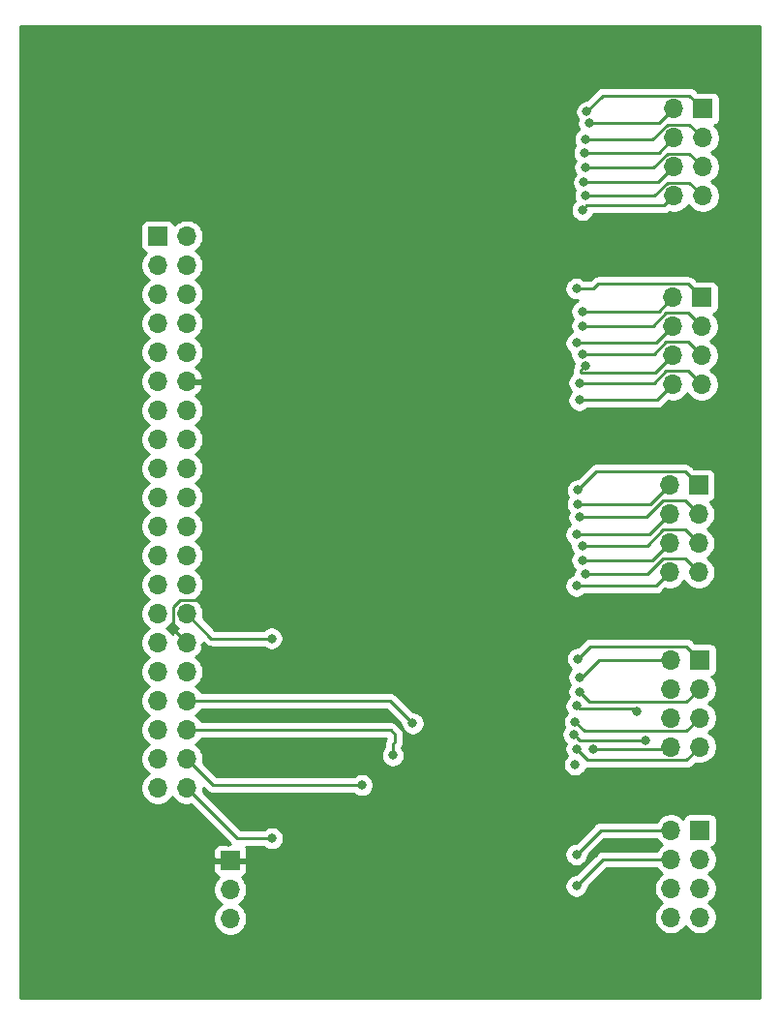
<source format=gbr>
%TF.GenerationSoftware,KiCad,Pcbnew,(5.1.9)-1*%
%TF.CreationDate,2021-03-22T20:32:08-05:00*%
%TF.ProjectId,Buffer board,42756666-6572-4206-926f-6172642e6b69,rev?*%
%TF.SameCoordinates,Original*%
%TF.FileFunction,Copper,L2,Bot*%
%TF.FilePolarity,Positive*%
%FSLAX46Y46*%
G04 Gerber Fmt 4.6, Leading zero omitted, Abs format (unit mm)*
G04 Created by KiCad (PCBNEW (5.1.9)-1) date 2021-03-22 20:32:08*
%MOMM*%
%LPD*%
G01*
G04 APERTURE LIST*
%TA.AperFunction,ComponentPad*%
%ADD10O,1.700000X1.700000*%
%TD*%
%TA.AperFunction,ComponentPad*%
%ADD11R,1.700000X1.700000*%
%TD*%
%TA.AperFunction,ViaPad*%
%ADD12C,0.800000*%
%TD*%
%TA.AperFunction,Conductor*%
%ADD13C,0.250000*%
%TD*%
%TA.AperFunction,Conductor*%
%ADD14C,0.254000*%
%TD*%
%TA.AperFunction,Conductor*%
%ADD15C,0.100000*%
%TD*%
G04 APERTURE END LIST*
D10*
%TO.P,J7,8*%
%TO.N,Net-(J7-Pad8)*%
X131267200Y-149745700D03*
%TO.P,J7,7*%
%TO.N,Net-(J7-Pad7)*%
X133807200Y-149745700D03*
%TO.P,J7,6*%
%TO.N,Net-(J7-Pad6)*%
X131267200Y-147205700D03*
%TO.P,J7,5*%
%TO.N,Net-(J7-Pad5)*%
X133807200Y-147205700D03*
%TO.P,J7,4*%
%TO.N,/55-4*%
X131267200Y-144665700D03*
%TO.P,J7,3*%
%TO.N,/55-3*%
X133807200Y-144665700D03*
%TO.P,J7,2*%
%TO.N,/55-2*%
X131267200Y-142125700D03*
D11*
%TO.P,J7,1*%
%TO.N,/55-1*%
X133807200Y-142125700D03*
%TD*%
D10*
%TO.P,J6,8*%
%TO.N,/44-8*%
X131267200Y-134823200D03*
%TO.P,J6,7*%
%TO.N,/44-7*%
X133807200Y-134823200D03*
%TO.P,J6,6*%
%TO.N,/44-6*%
X131267200Y-132283200D03*
%TO.P,J6,5*%
%TO.N,/44-5*%
X133807200Y-132283200D03*
%TO.P,J6,4*%
%TO.N,/44-4*%
X131267200Y-129743200D03*
%TO.P,J6,3*%
%TO.N,/44-3*%
X133807200Y-129743200D03*
%TO.P,J6,2*%
%TO.N,/44-2*%
X131267200Y-127203200D03*
D11*
%TO.P,J6,1*%
%TO.N,/44-1*%
X133807200Y-127203200D03*
%TD*%
D10*
%TO.P,J5,8*%
%TO.N,/33-8*%
X131140200Y-119557800D03*
%TO.P,J5,7*%
%TO.N,/33-7*%
X133680200Y-119557800D03*
%TO.P,J5,6*%
%TO.N,/33-6*%
X131140200Y-117017800D03*
%TO.P,J5,5*%
%TO.N,/33-5*%
X133680200Y-117017800D03*
%TO.P,J5,4*%
%TO.N,/33-4*%
X131140200Y-114477800D03*
%TO.P,J5,3*%
%TO.N,/33-3*%
X133680200Y-114477800D03*
%TO.P,J5,2*%
%TO.N,/33-2*%
X131140200Y-111937800D03*
D11*
%TO.P,J5,1*%
%TO.N,/33-1*%
X133680200Y-111937800D03*
%TD*%
D10*
%TO.P,J4,8*%
%TO.N,/22-8*%
X131419600Y-103136700D03*
%TO.P,J4,7*%
%TO.N,/22-7*%
X133959600Y-103136700D03*
%TO.P,J4,6*%
%TO.N,/22-6*%
X131419600Y-100596700D03*
%TO.P,J4,5*%
%TO.N,/22-5*%
X133959600Y-100596700D03*
%TO.P,J4,4*%
%TO.N,/22-4*%
X131419600Y-98056700D03*
%TO.P,J4,3*%
%TO.N,/22-3*%
X133959600Y-98056700D03*
%TO.P,J4,2*%
%TO.N,/22-2*%
X131419600Y-95516700D03*
D11*
%TO.P,J4,1*%
%TO.N,/22-1*%
X133959600Y-95516700D03*
%TD*%
D10*
%TO.P,J3,8*%
%TO.N,/11-8*%
X131521200Y-86639400D03*
%TO.P,J3,7*%
%TO.N,/11-7*%
X134061200Y-86639400D03*
%TO.P,J3,6*%
%TO.N,/11-6*%
X131521200Y-84099400D03*
%TO.P,J3,5*%
%TO.N,/11-5*%
X134061200Y-84099400D03*
%TO.P,J3,4*%
%TO.N,/11-4*%
X131521200Y-81559400D03*
%TO.P,J3,3*%
%TO.N,/11-3*%
X134061200Y-81559400D03*
%TO.P,J3,2*%
%TO.N,/11-2*%
X131521200Y-79019400D03*
D11*
%TO.P,J3,1*%
%TO.N,/11-1*%
X134061200Y-79019400D03*
%TD*%
D10*
%TO.P,J2,3*%
%TO.N,/5V*%
X92710000Y-149860000D03*
%TO.P,J2,2*%
%TO.N,/3.3V*%
X92710000Y-147320000D03*
D11*
%TO.P,J2,1*%
%TO.N,/GND*%
X92710000Y-144780000D03*
%TD*%
D10*
%TO.P,J1,40*%
%TO.N,/5-4*%
X88900000Y-138430000D03*
%TO.P,J1,39*%
%TO.N,/5-3*%
X86360000Y-138430000D03*
%TO.P,J1,38*%
%TO.N,/5-2*%
X88900000Y-135890000D03*
%TO.P,J1,37*%
%TO.N,/5-1*%
X86360000Y-135890000D03*
%TO.P,J1,36*%
%TO.N,/4-8*%
X88900000Y-133350000D03*
%TO.P,J1,35*%
%TO.N,/4-7*%
X86360000Y-133350000D03*
%TO.P,J1,34*%
%TO.N,/4-6*%
X88900000Y-130810000D03*
%TO.P,J1,33*%
%TO.N,/4-5*%
X86360000Y-130810000D03*
%TO.P,J1,32*%
%TO.N,/4-4*%
X88900000Y-128270000D03*
%TO.P,J1,31*%
%TO.N,/4-3*%
X86360000Y-128270000D03*
%TO.P,J1,30*%
%TO.N,/GND*%
X88900000Y-125730000D03*
%TO.P,J1,29*%
%TO.N,/3.3V*%
X86360000Y-125730000D03*
%TO.P,J1,28*%
%TO.N,/4-2*%
X88900000Y-123190000D03*
%TO.P,J1,27*%
%TO.N,/4-1*%
X86360000Y-123190000D03*
%TO.P,J1,26*%
%TO.N,/3-8*%
X88900000Y-120650000D03*
%TO.P,J1,25*%
%TO.N,/3-7*%
X86360000Y-120650000D03*
%TO.P,J1,24*%
%TO.N,/3-6*%
X88900000Y-118110000D03*
%TO.P,J1,23*%
%TO.N,/3-5*%
X86360000Y-118110000D03*
%TO.P,J1,22*%
%TO.N,/3-4*%
X88900000Y-115570000D03*
%TO.P,J1,21*%
%TO.N,/3-3*%
X86360000Y-115570000D03*
%TO.P,J1,20*%
%TO.N,/3-2*%
X88900000Y-113030000D03*
%TO.P,J1,19*%
%TO.N,/3-1*%
X86360000Y-113030000D03*
%TO.P,J1,18*%
%TO.N,/2-8*%
X88900000Y-110490000D03*
%TO.P,J1,17*%
%TO.N,/2-7*%
X86360000Y-110490000D03*
%TO.P,J1,16*%
%TO.N,/2-6*%
X88900000Y-107950000D03*
%TO.P,J1,15*%
%TO.N,/2-5*%
X86360000Y-107950000D03*
%TO.P,J1,14*%
%TO.N,/2-4*%
X88900000Y-105410000D03*
%TO.P,J1,13*%
%TO.N,/2-3*%
X86360000Y-105410000D03*
%TO.P,J1,12*%
%TO.N,/GND*%
X88900000Y-102870000D03*
%TO.P,J1,11*%
%TO.N,/5V*%
X86360000Y-102870000D03*
%TO.P,J1,10*%
%TO.N,/2-2*%
X88900000Y-100330000D03*
%TO.P,J1,9*%
%TO.N,/2-1*%
X86360000Y-100330000D03*
%TO.P,J1,8*%
%TO.N,/1-8*%
X88900000Y-97790000D03*
%TO.P,J1,7*%
%TO.N,/1-7*%
X86360000Y-97790000D03*
%TO.P,J1,6*%
%TO.N,/1-6*%
X88900000Y-95250000D03*
%TO.P,J1,5*%
%TO.N,/1-5*%
X86360000Y-95250000D03*
%TO.P,J1,4*%
%TO.N,/1-4*%
X88900000Y-92710000D03*
%TO.P,J1,3*%
%TO.N,/1-3*%
X86360000Y-92710000D03*
%TO.P,J1,2*%
%TO.N,/1-2*%
X88900000Y-90170000D03*
D11*
%TO.P,J1,1*%
%TO.N,/1-1*%
X86360000Y-90170000D03*
%TD*%
D12*
%TO.N,/GND*%
X108500000Y-122500000D03*
%TO.N,/4-8*%
X106932899Y-135572500D03*
%TO.N,/4-6*%
X108667550Y-132772150D03*
%TO.N,/4-2*%
X96323150Y-125342650D03*
%TO.N,/5-4*%
X96348550Y-142830550D03*
%TO.N,/5-2*%
X104209850Y-138169650D03*
%TO.N,/11-1*%
X123913900Y-79273400D03*
%TO.N,/11-2*%
X124091700Y-80276700D03*
%TO.N,/11-3*%
X123786900Y-81686400D03*
%TO.N,/11-4*%
X123685300Y-82892900D03*
%TO.N,/11-5*%
X123767850Y-84143850D03*
%TO.N,/11-6*%
X123647200Y-85445600D03*
%TO.N,/11-7*%
X123774200Y-86588600D03*
%TO.N,/11-8*%
X123532900Y-87871300D03*
%TO.N,/22-1*%
X123000000Y-94750000D03*
%TO.N,/22-2*%
X123500000Y-96750000D03*
%TO.N,/22-3*%
X123500000Y-98000000D03*
%TO.N,/22-4*%
X123000000Y-99500000D03*
%TO.N,/22-5*%
X123500000Y-100500000D03*
%TO.N,/22-6*%
X123750000Y-101500000D03*
%TO.N,/22-7*%
X123250000Y-103000000D03*
%TO.N,/22-8*%
X123250000Y-104500000D03*
%TO.N,/33-1*%
X123125000Y-112375000D03*
%TO.N,/33-2*%
X123125000Y-113625000D03*
%TO.N,/33-3*%
X123250000Y-114750000D03*
%TO.N,/33-4*%
X123000000Y-116250000D03*
%TO.N,/33-5*%
X123500000Y-117250000D03*
%TO.N,/33-6*%
X123500000Y-118500000D03*
%TO.N,/33-7*%
X123750000Y-119750000D03*
%TO.N,/33-8*%
X123000000Y-120750000D03*
%TO.N,/44-1*%
X123125000Y-127125000D03*
%TO.N,/44-2*%
X123250000Y-128750000D03*
%TO.N,/44-3*%
X123250000Y-130000000D03*
%TO.N,/44-4*%
X123000000Y-131250000D03*
X128250000Y-131750000D03*
%TO.N,/44-5*%
X122875000Y-132625000D03*
%TO.N,/44-6*%
X129000000Y-134250000D03*
X122750000Y-133750000D03*
%TO.N,/44-7*%
X123000000Y-135000000D03*
%TO.N,/44-8*%
X122875000Y-136375000D03*
X124500000Y-135000000D03*
%TO.N,/55-2*%
X123000000Y-144250000D03*
%TO.N,/55-4*%
X123000000Y-147000000D03*
%TD*%
D13*
%TO.N,/GND*%
X87724999Y-124554999D02*
X88900000Y-125730000D01*
X87724999Y-122625999D02*
X87724999Y-124554999D01*
X88335999Y-122014999D02*
X87724999Y-122625999D01*
X108014999Y-122014999D02*
X88335999Y-122014999D01*
X108500000Y-122500000D02*
X108014999Y-122014999D01*
%TO.N,/4-8*%
X88900000Y-133350000D02*
X106743500Y-133350000D01*
X106743500Y-133350000D02*
X107149900Y-133756400D01*
X107149900Y-133756400D02*
X107149900Y-133756400D01*
X106932899Y-134608401D02*
X106932899Y-135059399D01*
X107149900Y-134391400D02*
X106932899Y-134608401D01*
X107149900Y-133756400D02*
X107149900Y-134391400D01*
X106932899Y-135059399D02*
X106932899Y-135572500D01*
X106932899Y-135572500D02*
X106932899Y-135572500D01*
%TO.N,/4-6*%
X88900000Y-130810000D02*
X106705400Y-130810000D01*
X106705400Y-130810000D02*
X108667550Y-132772150D01*
X108667550Y-132772150D02*
X108724700Y-132829300D01*
%TO.N,/4-2*%
X91052650Y-125342650D02*
X88900000Y-123190000D01*
X96323150Y-125342650D02*
X91052650Y-125342650D01*
%TO.N,/5-4*%
X93300550Y-142830550D02*
X88900000Y-138430000D01*
X96348550Y-142830550D02*
X93300550Y-142830550D01*
%TO.N,/5-2*%
X91179650Y-138169650D02*
X88900000Y-135890000D01*
X104209850Y-138169650D02*
X91179650Y-138169650D01*
%TO.N,/11-1*%
X132886199Y-77844399D02*
X134061200Y-79019400D01*
X125342901Y-77844399D02*
X132886199Y-77844399D01*
X123913900Y-79273400D02*
X125342901Y-77844399D01*
%TO.N,/11-2*%
X130263900Y-80276700D02*
X131521200Y-79019400D01*
X124091700Y-80276700D02*
X130263900Y-80276700D01*
%TO.N,/11-3*%
X132886199Y-80384399D02*
X134061200Y-81559400D01*
X130957199Y-80384399D02*
X132886199Y-80384399D01*
X129655198Y-81686400D02*
X130957199Y-80384399D01*
X123786900Y-81686400D02*
X129655198Y-81686400D01*
%TO.N,/11-4*%
X130187700Y-82892900D02*
X123685300Y-82892900D01*
X131521200Y-81559400D02*
X130187700Y-82892900D01*
%TO.N,/11-5*%
X132886199Y-82924399D02*
X134061200Y-84099400D01*
X130957199Y-82924399D02*
X132886199Y-82924399D01*
X129737748Y-84143850D02*
X130957199Y-82924399D01*
X123767850Y-84143850D02*
X129737748Y-84143850D01*
%TO.N,/11-6*%
X130175000Y-85445600D02*
X123647200Y-85445600D01*
X131521200Y-84099400D02*
X130175000Y-85445600D01*
%TO.N,/11-7*%
X132886199Y-85464399D02*
X134061200Y-86639400D01*
X130957199Y-85464399D02*
X132886199Y-85464399D01*
X129832998Y-86588600D02*
X130957199Y-85464399D01*
X123774200Y-86588600D02*
X129832998Y-86588600D01*
%TO.N,/11-8*%
X123914801Y-87489399D02*
X123532900Y-87871300D01*
X130671201Y-87489399D02*
X123914801Y-87489399D01*
X131521200Y-86639400D02*
X130671201Y-87489399D01*
%TO.N,/22-1*%
X132784599Y-94341699D02*
X133959600Y-95516700D01*
X124908301Y-94341699D02*
X132784599Y-94341699D01*
X124500000Y-94750000D02*
X124908301Y-94341699D01*
X123000000Y-94750000D02*
X124500000Y-94750000D01*
%TO.N,/22-2*%
X130186300Y-96750000D02*
X131419600Y-95516700D01*
X123500000Y-96750000D02*
X130186300Y-96750000D01*
%TO.N,/22-3*%
X132784599Y-96881699D02*
X133959600Y-98056700D01*
X130855599Y-96881699D02*
X132784599Y-96881699D01*
X129737298Y-98000000D02*
X130855599Y-96881699D01*
X123500000Y-98000000D02*
X129737298Y-98000000D01*
%TO.N,/22-4*%
X129976300Y-99500000D02*
X123000000Y-99500000D01*
X131419600Y-98056700D02*
X129976300Y-99500000D01*
%TO.N,/22-5*%
X132784599Y-99421699D02*
X133959600Y-100596700D01*
X130855599Y-99421699D02*
X132784599Y-99421699D01*
X129777298Y-100500000D02*
X130855599Y-99421699D01*
X123500000Y-100500000D02*
X129777298Y-100500000D01*
%TO.N,/22-6*%
X129891300Y-102125000D02*
X123375000Y-102125000D01*
X131419600Y-100596700D02*
X129891300Y-102125000D01*
X123375000Y-101875000D02*
X123750000Y-101500000D01*
X123375000Y-102125000D02*
X123375000Y-101875000D01*
%TO.N,/22-7*%
X132784599Y-101961699D02*
X133959600Y-103136700D01*
X130855599Y-101961699D02*
X132784599Y-101961699D01*
X129817298Y-103000000D02*
X130855599Y-101961699D01*
X123250000Y-103000000D02*
X129817298Y-103000000D01*
%TO.N,/22-8*%
X130056300Y-104500000D02*
X123250000Y-104500000D01*
X131419600Y-103136700D02*
X130056300Y-104500000D01*
%TO.N,/33-1*%
X132505199Y-110762799D02*
X133680200Y-111937800D01*
X124737201Y-110762799D02*
X132505199Y-110762799D01*
X123125000Y-112375000D02*
X124737201Y-110762799D01*
%TO.N,/33-2*%
X129453000Y-113625000D02*
X131140200Y-111937800D01*
X123125000Y-113625000D02*
X129453000Y-113625000D01*
%TO.N,/33-3*%
X132505199Y-113302799D02*
X133680200Y-114477800D01*
X130576199Y-113302799D02*
X132505199Y-113302799D01*
X129128998Y-114750000D02*
X130576199Y-113302799D01*
X123250000Y-114750000D02*
X129128998Y-114750000D01*
%TO.N,/33-4*%
X129368000Y-116250000D02*
X123000000Y-116250000D01*
X131140200Y-114477800D02*
X129368000Y-116250000D01*
%TO.N,/33-5*%
X130576199Y-115842799D02*
X132505199Y-115842799D01*
X129168998Y-117250000D02*
X130576199Y-115842799D01*
X132505199Y-115842799D02*
X133680200Y-117017800D01*
X123500000Y-117250000D02*
X129168998Y-117250000D01*
%TO.N,/33-6*%
X129658000Y-118500000D02*
X123500000Y-118500000D01*
X131140200Y-117017800D02*
X129658000Y-118500000D01*
%TO.N,/33-7*%
X130576199Y-118382799D02*
X132505199Y-118382799D01*
X132505199Y-118382799D02*
X133680200Y-119557800D01*
X129208998Y-119750000D02*
X130576199Y-118382799D01*
X123750000Y-119750000D02*
X129208998Y-119750000D01*
%TO.N,/33-8*%
X129948000Y-120750000D02*
X123000000Y-120750000D01*
X131140200Y-119557800D02*
X129948000Y-120750000D01*
%TO.N,/44-1*%
X132632199Y-126028199D02*
X133807200Y-127203200D01*
X124221801Y-126028199D02*
X132632199Y-126028199D01*
X123125000Y-127125000D02*
X124221801Y-126028199D01*
%TO.N,/44-2*%
X123426998Y-128750000D02*
X123250000Y-128750000D01*
X124973798Y-127203200D02*
X123426998Y-128750000D01*
X131267200Y-127203200D02*
X124973798Y-127203200D01*
%TO.N,/44-3*%
X132632199Y-130918201D02*
X133807200Y-129743200D01*
X124168201Y-130918201D02*
X132632199Y-130918201D01*
X123250000Y-130000000D02*
X124168201Y-130918201D01*
%TO.N,/44-4*%
X123250000Y-131500000D02*
X123000000Y-131250000D01*
X127500000Y-131500000D02*
X123250000Y-131500000D01*
X127500000Y-131500000D02*
X128000000Y-131500000D01*
X128000000Y-131500000D02*
X128250000Y-131750000D01*
X128250000Y-131750000D02*
X128250000Y-131750000D01*
%TO.N,/44-5*%
X132632199Y-133458201D02*
X133807200Y-132283200D01*
X123708201Y-133458201D02*
X132632199Y-133458201D01*
X122875000Y-132625000D02*
X123708201Y-133458201D01*
%TO.N,/44-6*%
X129000000Y-134250000D02*
X123250000Y-134250000D01*
X123250000Y-134250000D02*
X123000000Y-134000000D01*
%TO.N,/44-7*%
X132632199Y-135998201D02*
X133807200Y-134823200D01*
X123998201Y-135998201D02*
X132632199Y-135998201D01*
X123000000Y-135000000D02*
X123998201Y-135998201D01*
%TO.N,/44-8*%
X131090400Y-135000000D02*
X131267200Y-134823200D01*
X124500000Y-135000000D02*
X131090400Y-135000000D01*
%TO.N,/55-2*%
X131267200Y-142125700D02*
X125124300Y-142125700D01*
X125124300Y-142125700D02*
X123000000Y-144250000D01*
X123000000Y-144250000D02*
X123000000Y-144250000D01*
%TO.N,/55-4*%
X131267200Y-144665700D02*
X125334300Y-144665700D01*
X125334300Y-144665700D02*
X123000000Y-147000000D01*
X123000000Y-147000000D02*
X123000000Y-147000000D01*
%TD*%
D14*
%TO.N,/GND*%
X139040001Y-156820000D02*
X74320000Y-156820000D01*
X74320000Y-145630000D01*
X91221928Y-145630000D01*
X91234188Y-145754482D01*
X91270498Y-145874180D01*
X91329463Y-145984494D01*
X91408815Y-146081185D01*
X91505506Y-146160537D01*
X91615820Y-146219502D01*
X91688380Y-146241513D01*
X91556525Y-146373368D01*
X91394010Y-146616589D01*
X91282068Y-146886842D01*
X91225000Y-147173740D01*
X91225000Y-147466260D01*
X91282068Y-147753158D01*
X91394010Y-148023411D01*
X91556525Y-148266632D01*
X91763368Y-148473475D01*
X91937760Y-148590000D01*
X91763368Y-148706525D01*
X91556525Y-148913368D01*
X91394010Y-149156589D01*
X91282068Y-149426842D01*
X91225000Y-149713740D01*
X91225000Y-150006260D01*
X91282068Y-150293158D01*
X91394010Y-150563411D01*
X91556525Y-150806632D01*
X91763368Y-151013475D01*
X92006589Y-151175990D01*
X92276842Y-151287932D01*
X92563740Y-151345000D01*
X92856260Y-151345000D01*
X93143158Y-151287932D01*
X93413411Y-151175990D01*
X93656632Y-151013475D01*
X93863475Y-150806632D01*
X94025990Y-150563411D01*
X94137932Y-150293158D01*
X94195000Y-150006260D01*
X94195000Y-149713740D01*
X94137932Y-149426842D01*
X94025990Y-149156589D01*
X93863475Y-148913368D01*
X93656632Y-148706525D01*
X93482240Y-148590000D01*
X93656632Y-148473475D01*
X93863475Y-148266632D01*
X94025990Y-148023411D01*
X94137932Y-147753158D01*
X94195000Y-147466260D01*
X94195000Y-147173740D01*
X94137932Y-146886842D01*
X94025990Y-146616589D01*
X93863475Y-146373368D01*
X93731620Y-146241513D01*
X93804180Y-146219502D01*
X93914494Y-146160537D01*
X94011185Y-146081185D01*
X94090537Y-145984494D01*
X94149502Y-145874180D01*
X94185812Y-145754482D01*
X94198072Y-145630000D01*
X94195000Y-145065750D01*
X94036250Y-144907000D01*
X92837000Y-144907000D01*
X92837000Y-144927000D01*
X92583000Y-144927000D01*
X92583000Y-144907000D01*
X91383750Y-144907000D01*
X91225000Y-145065750D01*
X91221928Y-145630000D01*
X74320000Y-145630000D01*
X74320000Y-89320000D01*
X84871928Y-89320000D01*
X84871928Y-91020000D01*
X84884188Y-91144482D01*
X84920498Y-91264180D01*
X84979463Y-91374494D01*
X85058815Y-91471185D01*
X85155506Y-91550537D01*
X85265820Y-91609502D01*
X85338380Y-91631513D01*
X85206525Y-91763368D01*
X85044010Y-92006589D01*
X84932068Y-92276842D01*
X84875000Y-92563740D01*
X84875000Y-92856260D01*
X84932068Y-93143158D01*
X85044010Y-93413411D01*
X85206525Y-93656632D01*
X85413368Y-93863475D01*
X85587760Y-93980000D01*
X85413368Y-94096525D01*
X85206525Y-94303368D01*
X85044010Y-94546589D01*
X84932068Y-94816842D01*
X84875000Y-95103740D01*
X84875000Y-95396260D01*
X84932068Y-95683158D01*
X85044010Y-95953411D01*
X85206525Y-96196632D01*
X85413368Y-96403475D01*
X85587760Y-96520000D01*
X85413368Y-96636525D01*
X85206525Y-96843368D01*
X85044010Y-97086589D01*
X84932068Y-97356842D01*
X84875000Y-97643740D01*
X84875000Y-97936260D01*
X84932068Y-98223158D01*
X85044010Y-98493411D01*
X85206525Y-98736632D01*
X85413368Y-98943475D01*
X85587760Y-99060000D01*
X85413368Y-99176525D01*
X85206525Y-99383368D01*
X85044010Y-99626589D01*
X84932068Y-99896842D01*
X84875000Y-100183740D01*
X84875000Y-100476260D01*
X84932068Y-100763158D01*
X85044010Y-101033411D01*
X85206525Y-101276632D01*
X85413368Y-101483475D01*
X85587760Y-101600000D01*
X85413368Y-101716525D01*
X85206525Y-101923368D01*
X85044010Y-102166589D01*
X84932068Y-102436842D01*
X84875000Y-102723740D01*
X84875000Y-103016260D01*
X84932068Y-103303158D01*
X85044010Y-103573411D01*
X85206525Y-103816632D01*
X85413368Y-104023475D01*
X85587760Y-104140000D01*
X85413368Y-104256525D01*
X85206525Y-104463368D01*
X85044010Y-104706589D01*
X84932068Y-104976842D01*
X84875000Y-105263740D01*
X84875000Y-105556260D01*
X84932068Y-105843158D01*
X85044010Y-106113411D01*
X85206525Y-106356632D01*
X85413368Y-106563475D01*
X85587760Y-106680000D01*
X85413368Y-106796525D01*
X85206525Y-107003368D01*
X85044010Y-107246589D01*
X84932068Y-107516842D01*
X84875000Y-107803740D01*
X84875000Y-108096260D01*
X84932068Y-108383158D01*
X85044010Y-108653411D01*
X85206525Y-108896632D01*
X85413368Y-109103475D01*
X85587760Y-109220000D01*
X85413368Y-109336525D01*
X85206525Y-109543368D01*
X85044010Y-109786589D01*
X84932068Y-110056842D01*
X84875000Y-110343740D01*
X84875000Y-110636260D01*
X84932068Y-110923158D01*
X85044010Y-111193411D01*
X85206525Y-111436632D01*
X85413368Y-111643475D01*
X85587760Y-111760000D01*
X85413368Y-111876525D01*
X85206525Y-112083368D01*
X85044010Y-112326589D01*
X84932068Y-112596842D01*
X84875000Y-112883740D01*
X84875000Y-113176260D01*
X84932068Y-113463158D01*
X85044010Y-113733411D01*
X85206525Y-113976632D01*
X85413368Y-114183475D01*
X85587760Y-114300000D01*
X85413368Y-114416525D01*
X85206525Y-114623368D01*
X85044010Y-114866589D01*
X84932068Y-115136842D01*
X84875000Y-115423740D01*
X84875000Y-115716260D01*
X84932068Y-116003158D01*
X85044010Y-116273411D01*
X85206525Y-116516632D01*
X85413368Y-116723475D01*
X85587760Y-116840000D01*
X85413368Y-116956525D01*
X85206525Y-117163368D01*
X85044010Y-117406589D01*
X84932068Y-117676842D01*
X84875000Y-117963740D01*
X84875000Y-118256260D01*
X84932068Y-118543158D01*
X85044010Y-118813411D01*
X85206525Y-119056632D01*
X85413368Y-119263475D01*
X85587760Y-119380000D01*
X85413368Y-119496525D01*
X85206525Y-119703368D01*
X85044010Y-119946589D01*
X84932068Y-120216842D01*
X84875000Y-120503740D01*
X84875000Y-120796260D01*
X84932068Y-121083158D01*
X85044010Y-121353411D01*
X85206525Y-121596632D01*
X85413368Y-121803475D01*
X85587760Y-121920000D01*
X85413368Y-122036525D01*
X85206525Y-122243368D01*
X85044010Y-122486589D01*
X84932068Y-122756842D01*
X84875000Y-123043740D01*
X84875000Y-123336260D01*
X84932068Y-123623158D01*
X85044010Y-123893411D01*
X85206525Y-124136632D01*
X85413368Y-124343475D01*
X85587760Y-124460000D01*
X85413368Y-124576525D01*
X85206525Y-124783368D01*
X85044010Y-125026589D01*
X84932068Y-125296842D01*
X84875000Y-125583740D01*
X84875000Y-125876260D01*
X84932068Y-126163158D01*
X85044010Y-126433411D01*
X85206525Y-126676632D01*
X85413368Y-126883475D01*
X85587760Y-127000000D01*
X85413368Y-127116525D01*
X85206525Y-127323368D01*
X85044010Y-127566589D01*
X84932068Y-127836842D01*
X84875000Y-128123740D01*
X84875000Y-128416260D01*
X84932068Y-128703158D01*
X85044010Y-128973411D01*
X85206525Y-129216632D01*
X85413368Y-129423475D01*
X85587760Y-129540000D01*
X85413368Y-129656525D01*
X85206525Y-129863368D01*
X85044010Y-130106589D01*
X84932068Y-130376842D01*
X84875000Y-130663740D01*
X84875000Y-130956260D01*
X84932068Y-131243158D01*
X85044010Y-131513411D01*
X85206525Y-131756632D01*
X85413368Y-131963475D01*
X85587760Y-132080000D01*
X85413368Y-132196525D01*
X85206525Y-132403368D01*
X85044010Y-132646589D01*
X84932068Y-132916842D01*
X84875000Y-133203740D01*
X84875000Y-133496260D01*
X84932068Y-133783158D01*
X85044010Y-134053411D01*
X85206525Y-134296632D01*
X85413368Y-134503475D01*
X85587760Y-134620000D01*
X85413368Y-134736525D01*
X85206525Y-134943368D01*
X85044010Y-135186589D01*
X84932068Y-135456842D01*
X84875000Y-135743740D01*
X84875000Y-136036260D01*
X84932068Y-136323158D01*
X85044010Y-136593411D01*
X85206525Y-136836632D01*
X85413368Y-137043475D01*
X85587760Y-137160000D01*
X85413368Y-137276525D01*
X85206525Y-137483368D01*
X85044010Y-137726589D01*
X84932068Y-137996842D01*
X84875000Y-138283740D01*
X84875000Y-138576260D01*
X84932068Y-138863158D01*
X85044010Y-139133411D01*
X85206525Y-139376632D01*
X85413368Y-139583475D01*
X85656589Y-139745990D01*
X85926842Y-139857932D01*
X86213740Y-139915000D01*
X86506260Y-139915000D01*
X86793158Y-139857932D01*
X87063411Y-139745990D01*
X87306632Y-139583475D01*
X87513475Y-139376632D01*
X87630000Y-139202240D01*
X87746525Y-139376632D01*
X87953368Y-139583475D01*
X88196589Y-139745990D01*
X88466842Y-139857932D01*
X88753740Y-139915000D01*
X89046260Y-139915000D01*
X89266408Y-139871209D01*
X92690197Y-143295000D01*
X92582998Y-143295000D01*
X92582998Y-143453748D01*
X92424250Y-143295000D01*
X91860000Y-143291928D01*
X91735518Y-143304188D01*
X91615820Y-143340498D01*
X91505506Y-143399463D01*
X91408815Y-143478815D01*
X91329463Y-143575506D01*
X91270498Y-143685820D01*
X91234188Y-143805518D01*
X91221928Y-143930000D01*
X91225000Y-144494250D01*
X91383750Y-144653000D01*
X92583000Y-144653000D01*
X92583000Y-144633000D01*
X92837000Y-144633000D01*
X92837000Y-144653000D01*
X94036250Y-144653000D01*
X94195000Y-144494250D01*
X94196884Y-144148061D01*
X121965000Y-144148061D01*
X121965000Y-144351939D01*
X122004774Y-144551898D01*
X122082795Y-144740256D01*
X122196063Y-144909774D01*
X122340226Y-145053937D01*
X122509744Y-145167205D01*
X122698102Y-145245226D01*
X122898061Y-145285000D01*
X123101939Y-145285000D01*
X123301898Y-145245226D01*
X123490256Y-145167205D01*
X123659774Y-145053937D01*
X123803937Y-144909774D01*
X123917205Y-144740256D01*
X123995226Y-144551898D01*
X124035000Y-144351939D01*
X124035000Y-144289801D01*
X125439102Y-142885700D01*
X129989022Y-142885700D01*
X130113725Y-143072332D01*
X130320568Y-143279175D01*
X130494960Y-143395700D01*
X130320568Y-143512225D01*
X130113725Y-143719068D01*
X129989022Y-143905700D01*
X125371625Y-143905700D01*
X125334300Y-143902024D01*
X125296975Y-143905700D01*
X125296967Y-143905700D01*
X125185314Y-143916697D01*
X125042053Y-143960154D01*
X124910024Y-144030726D01*
X124794299Y-144125699D01*
X124770501Y-144154697D01*
X122960199Y-145965000D01*
X122898061Y-145965000D01*
X122698102Y-146004774D01*
X122509744Y-146082795D01*
X122340226Y-146196063D01*
X122196063Y-146340226D01*
X122082795Y-146509744D01*
X122004774Y-146698102D01*
X121965000Y-146898061D01*
X121965000Y-147101939D01*
X122004774Y-147301898D01*
X122082795Y-147490256D01*
X122196063Y-147659774D01*
X122340226Y-147803937D01*
X122509744Y-147917205D01*
X122698102Y-147995226D01*
X122898061Y-148035000D01*
X123101939Y-148035000D01*
X123301898Y-147995226D01*
X123490256Y-147917205D01*
X123659774Y-147803937D01*
X123803937Y-147659774D01*
X123917205Y-147490256D01*
X123995226Y-147301898D01*
X124035000Y-147101939D01*
X124035000Y-147039801D01*
X125649102Y-145425700D01*
X129989022Y-145425700D01*
X130113725Y-145612332D01*
X130320568Y-145819175D01*
X130494960Y-145935700D01*
X130320568Y-146052225D01*
X130113725Y-146259068D01*
X129951210Y-146502289D01*
X129839268Y-146772542D01*
X129782200Y-147059440D01*
X129782200Y-147351960D01*
X129839268Y-147638858D01*
X129951210Y-147909111D01*
X130113725Y-148152332D01*
X130320568Y-148359175D01*
X130494960Y-148475700D01*
X130320568Y-148592225D01*
X130113725Y-148799068D01*
X129951210Y-149042289D01*
X129839268Y-149312542D01*
X129782200Y-149599440D01*
X129782200Y-149891960D01*
X129839268Y-150178858D01*
X129951210Y-150449111D01*
X130113725Y-150692332D01*
X130320568Y-150899175D01*
X130563789Y-151061690D01*
X130834042Y-151173632D01*
X131120940Y-151230700D01*
X131413460Y-151230700D01*
X131700358Y-151173632D01*
X131970611Y-151061690D01*
X132213832Y-150899175D01*
X132420675Y-150692332D01*
X132537200Y-150517940D01*
X132653725Y-150692332D01*
X132860568Y-150899175D01*
X133103789Y-151061690D01*
X133374042Y-151173632D01*
X133660940Y-151230700D01*
X133953460Y-151230700D01*
X134240358Y-151173632D01*
X134510611Y-151061690D01*
X134753832Y-150899175D01*
X134960675Y-150692332D01*
X135123190Y-150449111D01*
X135235132Y-150178858D01*
X135292200Y-149891960D01*
X135292200Y-149599440D01*
X135235132Y-149312542D01*
X135123190Y-149042289D01*
X134960675Y-148799068D01*
X134753832Y-148592225D01*
X134579440Y-148475700D01*
X134753832Y-148359175D01*
X134960675Y-148152332D01*
X135123190Y-147909111D01*
X135235132Y-147638858D01*
X135292200Y-147351960D01*
X135292200Y-147059440D01*
X135235132Y-146772542D01*
X135123190Y-146502289D01*
X134960675Y-146259068D01*
X134753832Y-146052225D01*
X134579440Y-145935700D01*
X134753832Y-145819175D01*
X134960675Y-145612332D01*
X135123190Y-145369111D01*
X135235132Y-145098858D01*
X135292200Y-144811960D01*
X135292200Y-144519440D01*
X135235132Y-144232542D01*
X135123190Y-143962289D01*
X134960675Y-143719068D01*
X134828820Y-143587213D01*
X134901380Y-143565202D01*
X135011694Y-143506237D01*
X135108385Y-143426885D01*
X135187737Y-143330194D01*
X135246702Y-143219880D01*
X135283012Y-143100182D01*
X135295272Y-142975700D01*
X135295272Y-141275700D01*
X135283012Y-141151218D01*
X135246702Y-141031520D01*
X135187737Y-140921206D01*
X135108385Y-140824515D01*
X135011694Y-140745163D01*
X134901380Y-140686198D01*
X134781682Y-140649888D01*
X134657200Y-140637628D01*
X132957200Y-140637628D01*
X132832718Y-140649888D01*
X132713020Y-140686198D01*
X132602706Y-140745163D01*
X132506015Y-140824515D01*
X132426663Y-140921206D01*
X132367698Y-141031520D01*
X132345687Y-141104080D01*
X132213832Y-140972225D01*
X131970611Y-140809710D01*
X131700358Y-140697768D01*
X131413460Y-140640700D01*
X131120940Y-140640700D01*
X130834042Y-140697768D01*
X130563789Y-140809710D01*
X130320568Y-140972225D01*
X130113725Y-141179068D01*
X129989022Y-141365700D01*
X125161623Y-141365700D01*
X125124300Y-141362024D01*
X125086977Y-141365700D01*
X125086967Y-141365700D01*
X124975314Y-141376697D01*
X124832053Y-141420154D01*
X124700024Y-141490726D01*
X124584299Y-141585699D01*
X124560501Y-141614697D01*
X122960199Y-143215000D01*
X122898061Y-143215000D01*
X122698102Y-143254774D01*
X122509744Y-143332795D01*
X122340226Y-143446063D01*
X122196063Y-143590226D01*
X122082795Y-143759744D01*
X122004774Y-143948102D01*
X121965000Y-144148061D01*
X94196884Y-144148061D01*
X94198072Y-143930000D01*
X94185812Y-143805518D01*
X94149502Y-143685820D01*
X94098578Y-143590550D01*
X95644839Y-143590550D01*
X95688776Y-143634487D01*
X95858294Y-143747755D01*
X96046652Y-143825776D01*
X96246611Y-143865550D01*
X96450489Y-143865550D01*
X96650448Y-143825776D01*
X96838806Y-143747755D01*
X97008324Y-143634487D01*
X97152487Y-143490324D01*
X97265755Y-143320806D01*
X97343776Y-143132448D01*
X97383550Y-142932489D01*
X97383550Y-142728611D01*
X97343776Y-142528652D01*
X97265755Y-142340294D01*
X97152487Y-142170776D01*
X97008324Y-142026613D01*
X96838806Y-141913345D01*
X96650448Y-141835324D01*
X96450489Y-141795550D01*
X96246611Y-141795550D01*
X96046652Y-141835324D01*
X95858294Y-141913345D01*
X95688776Y-142026613D01*
X95644839Y-142070550D01*
X93615353Y-142070550D01*
X90341209Y-138796408D01*
X90385000Y-138576260D01*
X90385000Y-138449802D01*
X90615851Y-138680653D01*
X90639649Y-138709651D01*
X90668647Y-138733449D01*
X90755373Y-138804624D01*
X90848265Y-138854276D01*
X90887403Y-138875196D01*
X91030664Y-138918653D01*
X91142317Y-138929650D01*
X91142327Y-138929650D01*
X91179650Y-138933326D01*
X91216973Y-138929650D01*
X103506139Y-138929650D01*
X103550076Y-138973587D01*
X103719594Y-139086855D01*
X103907952Y-139164876D01*
X104107911Y-139204650D01*
X104311789Y-139204650D01*
X104511748Y-139164876D01*
X104700106Y-139086855D01*
X104869624Y-138973587D01*
X105013787Y-138829424D01*
X105127055Y-138659906D01*
X105205076Y-138471548D01*
X105244850Y-138271589D01*
X105244850Y-138067711D01*
X105205076Y-137867752D01*
X105127055Y-137679394D01*
X105013787Y-137509876D01*
X104869624Y-137365713D01*
X104700106Y-137252445D01*
X104511748Y-137174424D01*
X104311789Y-137134650D01*
X104107911Y-137134650D01*
X103907952Y-137174424D01*
X103719594Y-137252445D01*
X103550076Y-137365713D01*
X103506139Y-137409650D01*
X91494452Y-137409650D01*
X90341209Y-136256408D01*
X90385000Y-136036260D01*
X90385000Y-135743740D01*
X90327932Y-135456842D01*
X90215990Y-135186589D01*
X90053475Y-134943368D01*
X89846632Y-134736525D01*
X89672240Y-134620000D01*
X89846632Y-134503475D01*
X90053475Y-134296632D01*
X90178178Y-134110000D01*
X106358758Y-134110000D01*
X106352477Y-134117654D01*
X106297925Y-134184125D01*
X106244968Y-134283200D01*
X106227353Y-134316155D01*
X106183896Y-134459416D01*
X106172899Y-134571069D01*
X106172899Y-134571079D01*
X106169223Y-134608401D01*
X106172899Y-134645723D01*
X106172899Y-134868789D01*
X106128962Y-134912726D01*
X106015694Y-135082244D01*
X105937673Y-135270602D01*
X105897899Y-135470561D01*
X105897899Y-135674439D01*
X105937673Y-135874398D01*
X106015694Y-136062756D01*
X106128962Y-136232274D01*
X106273125Y-136376437D01*
X106442643Y-136489705D01*
X106631001Y-136567726D01*
X106830960Y-136607500D01*
X107034838Y-136607500D01*
X107234797Y-136567726D01*
X107423155Y-136489705D01*
X107592673Y-136376437D01*
X107736836Y-136232274D01*
X107850104Y-136062756D01*
X107928125Y-135874398D01*
X107967899Y-135674439D01*
X107967899Y-135470561D01*
X107928125Y-135270602D01*
X107850104Y-135082244D01*
X107736836Y-134912726D01*
X107719475Y-134895365D01*
X107784874Y-134815676D01*
X107855446Y-134683647D01*
X107898903Y-134540386D01*
X107909900Y-134428733D01*
X107909900Y-134428725D01*
X107913576Y-134391400D01*
X107909900Y-134354075D01*
X107909900Y-133793733D01*
X107913577Y-133756400D01*
X107898903Y-133607414D01*
X107855446Y-133464153D01*
X107784874Y-133332124D01*
X107689901Y-133216399D01*
X107660902Y-133192600D01*
X107307303Y-132839002D01*
X107283501Y-132809999D01*
X107167776Y-132715026D01*
X107035747Y-132644454D01*
X106892486Y-132600997D01*
X106780833Y-132590000D01*
X106780822Y-132590000D01*
X106743500Y-132586324D01*
X106706178Y-132590000D01*
X90178178Y-132590000D01*
X90053475Y-132403368D01*
X89846632Y-132196525D01*
X89672240Y-132080000D01*
X89846632Y-131963475D01*
X90053475Y-131756632D01*
X90178178Y-131570000D01*
X106390599Y-131570000D01*
X107632550Y-132811952D01*
X107632550Y-132874089D01*
X107672324Y-133074048D01*
X107750345Y-133262406D01*
X107863613Y-133431924D01*
X108007776Y-133576087D01*
X108177294Y-133689355D01*
X108365652Y-133767376D01*
X108565611Y-133807150D01*
X108769489Y-133807150D01*
X108969448Y-133767376D01*
X109157806Y-133689355D01*
X109219607Y-133648061D01*
X121715000Y-133648061D01*
X121715000Y-133851939D01*
X121754774Y-134051898D01*
X121832795Y-134240256D01*
X121946063Y-134409774D01*
X122072028Y-134535739D01*
X122004774Y-134698102D01*
X121965000Y-134898061D01*
X121965000Y-135101939D01*
X122004774Y-135301898D01*
X122082795Y-135490256D01*
X122168206Y-135618083D01*
X122071063Y-135715226D01*
X121957795Y-135884744D01*
X121879774Y-136073102D01*
X121840000Y-136273061D01*
X121840000Y-136476939D01*
X121879774Y-136676898D01*
X121957795Y-136865256D01*
X122071063Y-137034774D01*
X122215226Y-137178937D01*
X122384744Y-137292205D01*
X122573102Y-137370226D01*
X122773061Y-137410000D01*
X122976939Y-137410000D01*
X123176898Y-137370226D01*
X123365256Y-137292205D01*
X123534774Y-137178937D01*
X123678937Y-137034774D01*
X123792205Y-136865256D01*
X123842009Y-136745018D01*
X123849215Y-136747204D01*
X123960868Y-136758201D01*
X123960877Y-136758201D01*
X123998200Y-136761877D01*
X124035523Y-136758201D01*
X132594877Y-136758201D01*
X132632199Y-136761877D01*
X132669521Y-136758201D01*
X132669532Y-136758201D01*
X132781185Y-136747204D01*
X132924446Y-136703747D01*
X133056475Y-136633175D01*
X133172200Y-136538202D01*
X133196003Y-136509198D01*
X133440792Y-136264409D01*
X133660940Y-136308200D01*
X133953460Y-136308200D01*
X134240358Y-136251132D01*
X134510611Y-136139190D01*
X134753832Y-135976675D01*
X134960675Y-135769832D01*
X135123190Y-135526611D01*
X135235132Y-135256358D01*
X135292200Y-134969460D01*
X135292200Y-134676940D01*
X135235132Y-134390042D01*
X135123190Y-134119789D01*
X134960675Y-133876568D01*
X134753832Y-133669725D01*
X134579440Y-133553200D01*
X134753832Y-133436675D01*
X134960675Y-133229832D01*
X135123190Y-132986611D01*
X135235132Y-132716358D01*
X135292200Y-132429460D01*
X135292200Y-132136940D01*
X135235132Y-131850042D01*
X135123190Y-131579789D01*
X134960675Y-131336568D01*
X134753832Y-131129725D01*
X134579440Y-131013200D01*
X134753832Y-130896675D01*
X134960675Y-130689832D01*
X135123190Y-130446611D01*
X135235132Y-130176358D01*
X135292200Y-129889460D01*
X135292200Y-129596940D01*
X135235132Y-129310042D01*
X135123190Y-129039789D01*
X134960675Y-128796568D01*
X134828820Y-128664713D01*
X134901380Y-128642702D01*
X135011694Y-128583737D01*
X135108385Y-128504385D01*
X135187737Y-128407694D01*
X135246702Y-128297380D01*
X135283012Y-128177682D01*
X135295272Y-128053200D01*
X135295272Y-126353200D01*
X135283012Y-126228718D01*
X135246702Y-126109020D01*
X135187737Y-125998706D01*
X135108385Y-125902015D01*
X135011694Y-125822663D01*
X134901380Y-125763698D01*
X134781682Y-125727388D01*
X134657200Y-125715128D01*
X133393929Y-125715128D01*
X133196003Y-125517202D01*
X133172200Y-125488198D01*
X133056475Y-125393225D01*
X132924446Y-125322653D01*
X132781185Y-125279196D01*
X132669532Y-125268199D01*
X132669521Y-125268199D01*
X132632199Y-125264523D01*
X132594877Y-125268199D01*
X124259124Y-125268199D01*
X124221801Y-125264523D01*
X124184478Y-125268199D01*
X124184468Y-125268199D01*
X124072815Y-125279196D01*
X123929554Y-125322653D01*
X123797525Y-125393225D01*
X123681800Y-125488198D01*
X123658002Y-125517196D01*
X123085199Y-126090000D01*
X123023061Y-126090000D01*
X122823102Y-126129774D01*
X122634744Y-126207795D01*
X122465226Y-126321063D01*
X122321063Y-126465226D01*
X122207795Y-126634744D01*
X122129774Y-126823102D01*
X122090000Y-127023061D01*
X122090000Y-127226939D01*
X122129774Y-127426898D01*
X122207795Y-127615256D01*
X122321063Y-127784774D01*
X122465226Y-127928937D01*
X122550424Y-127985865D01*
X122446063Y-128090226D01*
X122332795Y-128259744D01*
X122254774Y-128448102D01*
X122215000Y-128648061D01*
X122215000Y-128851939D01*
X122254774Y-129051898D01*
X122332795Y-129240256D01*
X122422828Y-129375000D01*
X122332795Y-129509744D01*
X122254774Y-129698102D01*
X122215000Y-129898061D01*
X122215000Y-130101939D01*
X122254774Y-130301898D01*
X122322028Y-130464261D01*
X122196063Y-130590226D01*
X122082795Y-130759744D01*
X122004774Y-130948102D01*
X121965000Y-131148061D01*
X121965000Y-131351939D01*
X122004774Y-131551898D01*
X122082795Y-131740256D01*
X122168206Y-131868083D01*
X122071063Y-131965226D01*
X121957795Y-132134744D01*
X121879774Y-132323102D01*
X121840000Y-132523061D01*
X121840000Y-132726939D01*
X121879774Y-132926898D01*
X121947028Y-133089261D01*
X121946063Y-133090226D01*
X121832795Y-133259744D01*
X121754774Y-133448102D01*
X121715000Y-133648061D01*
X109219607Y-133648061D01*
X109327324Y-133576087D01*
X109471487Y-133431924D01*
X109584755Y-133262406D01*
X109662776Y-133074048D01*
X109702550Y-132874089D01*
X109702550Y-132670211D01*
X109662776Y-132470252D01*
X109584755Y-132281894D01*
X109471487Y-132112376D01*
X109327324Y-131968213D01*
X109157806Y-131854945D01*
X108969448Y-131776924D01*
X108769489Y-131737150D01*
X108707352Y-131737150D01*
X107269204Y-130299003D01*
X107245401Y-130269999D01*
X107129676Y-130175026D01*
X106997647Y-130104454D01*
X106854386Y-130060997D01*
X106742733Y-130050000D01*
X106742722Y-130050000D01*
X106705400Y-130046324D01*
X106668078Y-130050000D01*
X90178178Y-130050000D01*
X90053475Y-129863368D01*
X89846632Y-129656525D01*
X89672240Y-129540000D01*
X89846632Y-129423475D01*
X90053475Y-129216632D01*
X90215990Y-128973411D01*
X90327932Y-128703158D01*
X90385000Y-128416260D01*
X90385000Y-128123740D01*
X90327932Y-127836842D01*
X90215990Y-127566589D01*
X90053475Y-127323368D01*
X89846632Y-127116525D01*
X89664466Y-126994805D01*
X89781355Y-126925178D01*
X89997588Y-126730269D01*
X90171641Y-126496920D01*
X90296825Y-126234099D01*
X90341476Y-126086890D01*
X90220156Y-125857002D01*
X90385000Y-125857002D01*
X90385000Y-125749802D01*
X90488851Y-125853653D01*
X90512649Y-125882651D01*
X90628374Y-125977624D01*
X90760403Y-126048196D01*
X90903664Y-126091653D01*
X91015317Y-126102650D01*
X91015327Y-126102650D01*
X91052650Y-126106326D01*
X91089973Y-126102650D01*
X95619439Y-126102650D01*
X95663376Y-126146587D01*
X95832894Y-126259855D01*
X96021252Y-126337876D01*
X96221211Y-126377650D01*
X96425089Y-126377650D01*
X96625048Y-126337876D01*
X96813406Y-126259855D01*
X96982924Y-126146587D01*
X97127087Y-126002424D01*
X97240355Y-125832906D01*
X97318376Y-125644548D01*
X97358150Y-125444589D01*
X97358150Y-125240711D01*
X97318376Y-125040752D01*
X97240355Y-124852394D01*
X97127087Y-124682876D01*
X96982924Y-124538713D01*
X96813406Y-124425445D01*
X96625048Y-124347424D01*
X96425089Y-124307650D01*
X96221211Y-124307650D01*
X96021252Y-124347424D01*
X95832894Y-124425445D01*
X95663376Y-124538713D01*
X95619439Y-124582650D01*
X91367452Y-124582650D01*
X90341209Y-123556408D01*
X90385000Y-123336260D01*
X90385000Y-123043740D01*
X90327932Y-122756842D01*
X90215990Y-122486589D01*
X90053475Y-122243368D01*
X89846632Y-122036525D01*
X89672240Y-121920000D01*
X89846632Y-121803475D01*
X90053475Y-121596632D01*
X90215990Y-121353411D01*
X90327932Y-121083158D01*
X90385000Y-120796260D01*
X90385000Y-120503740D01*
X90327932Y-120216842D01*
X90215990Y-119946589D01*
X90053475Y-119703368D01*
X89846632Y-119496525D01*
X89672240Y-119380000D01*
X89846632Y-119263475D01*
X90053475Y-119056632D01*
X90215990Y-118813411D01*
X90327932Y-118543158D01*
X90385000Y-118256260D01*
X90385000Y-117963740D01*
X90327932Y-117676842D01*
X90215990Y-117406589D01*
X90053475Y-117163368D01*
X89846632Y-116956525D01*
X89672240Y-116840000D01*
X89846632Y-116723475D01*
X90053475Y-116516632D01*
X90215990Y-116273411D01*
X90267911Y-116148061D01*
X121965000Y-116148061D01*
X121965000Y-116351939D01*
X122004774Y-116551898D01*
X122082795Y-116740256D01*
X122196063Y-116909774D01*
X122340226Y-117053937D01*
X122466888Y-117138570D01*
X122465000Y-117148061D01*
X122465000Y-117351939D01*
X122504774Y-117551898D01*
X122582795Y-117740256D01*
X122672828Y-117875000D01*
X122582795Y-118009744D01*
X122504774Y-118198102D01*
X122465000Y-118398061D01*
X122465000Y-118601939D01*
X122504774Y-118801898D01*
X122582795Y-118990256D01*
X122696063Y-119159774D01*
X122822028Y-119285739D01*
X122754774Y-119448102D01*
X122715000Y-119648061D01*
X122715000Y-119751413D01*
X122698102Y-119754774D01*
X122509744Y-119832795D01*
X122340226Y-119946063D01*
X122196063Y-120090226D01*
X122082795Y-120259744D01*
X122004774Y-120448102D01*
X121965000Y-120648061D01*
X121965000Y-120851939D01*
X122004774Y-121051898D01*
X122082795Y-121240256D01*
X122196063Y-121409774D01*
X122340226Y-121553937D01*
X122509744Y-121667205D01*
X122698102Y-121745226D01*
X122898061Y-121785000D01*
X123101939Y-121785000D01*
X123301898Y-121745226D01*
X123490256Y-121667205D01*
X123659774Y-121553937D01*
X123703711Y-121510000D01*
X129910678Y-121510000D01*
X129948000Y-121513676D01*
X129985322Y-121510000D01*
X129985333Y-121510000D01*
X130096986Y-121499003D01*
X130240247Y-121455546D01*
X130372276Y-121384974D01*
X130488001Y-121290001D01*
X130511803Y-121260998D01*
X130773792Y-120999010D01*
X130993940Y-121042800D01*
X131286460Y-121042800D01*
X131573358Y-120985732D01*
X131843611Y-120873790D01*
X132086832Y-120711275D01*
X132293675Y-120504432D01*
X132410200Y-120330040D01*
X132526725Y-120504432D01*
X132733568Y-120711275D01*
X132976789Y-120873790D01*
X133247042Y-120985732D01*
X133533940Y-121042800D01*
X133826460Y-121042800D01*
X134113358Y-120985732D01*
X134383611Y-120873790D01*
X134626832Y-120711275D01*
X134833675Y-120504432D01*
X134996190Y-120261211D01*
X135108132Y-119990958D01*
X135165200Y-119704060D01*
X135165200Y-119411540D01*
X135108132Y-119124642D01*
X134996190Y-118854389D01*
X134833675Y-118611168D01*
X134626832Y-118404325D01*
X134452440Y-118287800D01*
X134626832Y-118171275D01*
X134833675Y-117964432D01*
X134996190Y-117721211D01*
X135108132Y-117450958D01*
X135165200Y-117164060D01*
X135165200Y-116871540D01*
X135108132Y-116584642D01*
X134996190Y-116314389D01*
X134833675Y-116071168D01*
X134626832Y-115864325D01*
X134452440Y-115747800D01*
X134626832Y-115631275D01*
X134833675Y-115424432D01*
X134996190Y-115181211D01*
X135108132Y-114910958D01*
X135165200Y-114624060D01*
X135165200Y-114331540D01*
X135108132Y-114044642D01*
X134996190Y-113774389D01*
X134833675Y-113531168D01*
X134701820Y-113399313D01*
X134774380Y-113377302D01*
X134884694Y-113318337D01*
X134981385Y-113238985D01*
X135060737Y-113142294D01*
X135119702Y-113031980D01*
X135156012Y-112912282D01*
X135168272Y-112787800D01*
X135168272Y-111087800D01*
X135156012Y-110963318D01*
X135119702Y-110843620D01*
X135060737Y-110733306D01*
X134981385Y-110636615D01*
X134884694Y-110557263D01*
X134774380Y-110498298D01*
X134654682Y-110461988D01*
X134530200Y-110449728D01*
X133266929Y-110449728D01*
X133069003Y-110251802D01*
X133045200Y-110222798D01*
X132929475Y-110127825D01*
X132797446Y-110057253D01*
X132654185Y-110013796D01*
X132542532Y-110002799D01*
X132542521Y-110002799D01*
X132505199Y-109999123D01*
X132467877Y-110002799D01*
X124774534Y-110002799D01*
X124737201Y-109999122D01*
X124699868Y-110002799D01*
X124588215Y-110013796D01*
X124444954Y-110057253D01*
X124312925Y-110127825D01*
X124197200Y-110222798D01*
X124173402Y-110251796D01*
X123085199Y-111340000D01*
X123023061Y-111340000D01*
X122823102Y-111379774D01*
X122634744Y-111457795D01*
X122465226Y-111571063D01*
X122321063Y-111715226D01*
X122207795Y-111884744D01*
X122129774Y-112073102D01*
X122090000Y-112273061D01*
X122090000Y-112476939D01*
X122129774Y-112676898D01*
X122207795Y-112865256D01*
X122297828Y-113000000D01*
X122207795Y-113134744D01*
X122129774Y-113323102D01*
X122090000Y-113523061D01*
X122090000Y-113726939D01*
X122129774Y-113926898D01*
X122207795Y-114115256D01*
X122321063Y-114284774D01*
X122322028Y-114285739D01*
X122254774Y-114448102D01*
X122215000Y-114648061D01*
X122215000Y-114851939D01*
X122254774Y-115051898D01*
X122332795Y-115240256D01*
X122430159Y-115385972D01*
X122340226Y-115446063D01*
X122196063Y-115590226D01*
X122082795Y-115759744D01*
X122004774Y-115948102D01*
X121965000Y-116148061D01*
X90267911Y-116148061D01*
X90327932Y-116003158D01*
X90385000Y-115716260D01*
X90385000Y-115423740D01*
X90327932Y-115136842D01*
X90215990Y-114866589D01*
X90053475Y-114623368D01*
X89846632Y-114416525D01*
X89672240Y-114300000D01*
X89846632Y-114183475D01*
X90053475Y-113976632D01*
X90215990Y-113733411D01*
X90327932Y-113463158D01*
X90385000Y-113176260D01*
X90385000Y-112883740D01*
X90327932Y-112596842D01*
X90215990Y-112326589D01*
X90053475Y-112083368D01*
X89846632Y-111876525D01*
X89672240Y-111760000D01*
X89846632Y-111643475D01*
X90053475Y-111436632D01*
X90215990Y-111193411D01*
X90327932Y-110923158D01*
X90385000Y-110636260D01*
X90385000Y-110343740D01*
X90327932Y-110056842D01*
X90215990Y-109786589D01*
X90053475Y-109543368D01*
X89846632Y-109336525D01*
X89672240Y-109220000D01*
X89846632Y-109103475D01*
X90053475Y-108896632D01*
X90215990Y-108653411D01*
X90327932Y-108383158D01*
X90385000Y-108096260D01*
X90385000Y-107803740D01*
X90327932Y-107516842D01*
X90215990Y-107246589D01*
X90053475Y-107003368D01*
X89846632Y-106796525D01*
X89672240Y-106680000D01*
X89846632Y-106563475D01*
X90053475Y-106356632D01*
X90215990Y-106113411D01*
X90327932Y-105843158D01*
X90385000Y-105556260D01*
X90385000Y-105263740D01*
X90327932Y-104976842D01*
X90215990Y-104706589D01*
X90053475Y-104463368D01*
X89846632Y-104256525D01*
X89664466Y-104134805D01*
X89781355Y-104065178D01*
X89997588Y-103870269D01*
X90171641Y-103636920D01*
X90296825Y-103374099D01*
X90341476Y-103226890D01*
X90220155Y-102997000D01*
X89027000Y-102997000D01*
X89027000Y-103017000D01*
X88773000Y-103017000D01*
X88773000Y-102997000D01*
X88753000Y-102997000D01*
X88753000Y-102743000D01*
X88773000Y-102743000D01*
X88773000Y-102723000D01*
X89027000Y-102723000D01*
X89027000Y-102743000D01*
X90220155Y-102743000D01*
X90341476Y-102513110D01*
X90296825Y-102365901D01*
X90171641Y-102103080D01*
X89997588Y-101869731D01*
X89781355Y-101674822D01*
X89664466Y-101605195D01*
X89846632Y-101483475D01*
X90053475Y-101276632D01*
X90215990Y-101033411D01*
X90327932Y-100763158D01*
X90385000Y-100476260D01*
X90385000Y-100183740D01*
X90327932Y-99896842D01*
X90215990Y-99626589D01*
X90053475Y-99383368D01*
X89846632Y-99176525D01*
X89672240Y-99060000D01*
X89846632Y-98943475D01*
X90053475Y-98736632D01*
X90215990Y-98493411D01*
X90327932Y-98223158D01*
X90385000Y-97936260D01*
X90385000Y-97643740D01*
X90327932Y-97356842D01*
X90215990Y-97086589D01*
X90053475Y-96843368D01*
X89846632Y-96636525D01*
X89672240Y-96520000D01*
X89846632Y-96403475D01*
X90053475Y-96196632D01*
X90215990Y-95953411D01*
X90327932Y-95683158D01*
X90385000Y-95396260D01*
X90385000Y-95103740D01*
X90327932Y-94816842D01*
X90258021Y-94648061D01*
X121965000Y-94648061D01*
X121965000Y-94851939D01*
X122004774Y-95051898D01*
X122082795Y-95240256D01*
X122196063Y-95409774D01*
X122340226Y-95553937D01*
X122509744Y-95667205D01*
X122698102Y-95745226D01*
X122898061Y-95785000D01*
X123101939Y-95785000D01*
X123146556Y-95776125D01*
X123009744Y-95832795D01*
X122840226Y-95946063D01*
X122696063Y-96090226D01*
X122582795Y-96259744D01*
X122504774Y-96448102D01*
X122465000Y-96648061D01*
X122465000Y-96851939D01*
X122504774Y-97051898D01*
X122582795Y-97240256D01*
X122672828Y-97375000D01*
X122582795Y-97509744D01*
X122504774Y-97698102D01*
X122465000Y-97898061D01*
X122465000Y-98101939D01*
X122504774Y-98301898D01*
X122582795Y-98490256D01*
X122615388Y-98539035D01*
X122509744Y-98582795D01*
X122340226Y-98696063D01*
X122196063Y-98840226D01*
X122082795Y-99009744D01*
X122004774Y-99198102D01*
X121965000Y-99398061D01*
X121965000Y-99601939D01*
X122004774Y-99801898D01*
X122082795Y-99990256D01*
X122196063Y-100159774D01*
X122340226Y-100303937D01*
X122466888Y-100388570D01*
X122465000Y-100398061D01*
X122465000Y-100601939D01*
X122504774Y-100801898D01*
X122582795Y-100990256D01*
X122696063Y-101159774D01*
X122751392Y-101215103D01*
X122715000Y-101398061D01*
X122715000Y-101497544D01*
X122669454Y-101582753D01*
X122625997Y-101726014D01*
X122615000Y-101837667D01*
X122615000Y-101837678D01*
X122611324Y-101875000D01*
X122615000Y-101912322D01*
X122615000Y-102087667D01*
X122611323Y-102125000D01*
X122616587Y-102178449D01*
X122590226Y-102196063D01*
X122446063Y-102340226D01*
X122332795Y-102509744D01*
X122254774Y-102698102D01*
X122215000Y-102898061D01*
X122215000Y-103101939D01*
X122254774Y-103301898D01*
X122332795Y-103490256D01*
X122446063Y-103659774D01*
X122536289Y-103750000D01*
X122446063Y-103840226D01*
X122332795Y-104009744D01*
X122254774Y-104198102D01*
X122215000Y-104398061D01*
X122215000Y-104601939D01*
X122254774Y-104801898D01*
X122332795Y-104990256D01*
X122446063Y-105159774D01*
X122590226Y-105303937D01*
X122759744Y-105417205D01*
X122948102Y-105495226D01*
X123148061Y-105535000D01*
X123351939Y-105535000D01*
X123551898Y-105495226D01*
X123740256Y-105417205D01*
X123909774Y-105303937D01*
X123953711Y-105260000D01*
X130018978Y-105260000D01*
X130056300Y-105263676D01*
X130093622Y-105260000D01*
X130093633Y-105260000D01*
X130205286Y-105249003D01*
X130348547Y-105205546D01*
X130480576Y-105134974D01*
X130596301Y-105040001D01*
X130620104Y-105010997D01*
X131053192Y-104577909D01*
X131273340Y-104621700D01*
X131565860Y-104621700D01*
X131852758Y-104564632D01*
X132123011Y-104452690D01*
X132366232Y-104290175D01*
X132573075Y-104083332D01*
X132689600Y-103908940D01*
X132806125Y-104083332D01*
X133012968Y-104290175D01*
X133256189Y-104452690D01*
X133526442Y-104564632D01*
X133813340Y-104621700D01*
X134105860Y-104621700D01*
X134392758Y-104564632D01*
X134663011Y-104452690D01*
X134906232Y-104290175D01*
X135113075Y-104083332D01*
X135275590Y-103840111D01*
X135387532Y-103569858D01*
X135444600Y-103282960D01*
X135444600Y-102990440D01*
X135387532Y-102703542D01*
X135275590Y-102433289D01*
X135113075Y-102190068D01*
X134906232Y-101983225D01*
X134731840Y-101866700D01*
X134906232Y-101750175D01*
X135113075Y-101543332D01*
X135275590Y-101300111D01*
X135387532Y-101029858D01*
X135444600Y-100742960D01*
X135444600Y-100450440D01*
X135387532Y-100163542D01*
X135275590Y-99893289D01*
X135113075Y-99650068D01*
X134906232Y-99443225D01*
X134731840Y-99326700D01*
X134906232Y-99210175D01*
X135113075Y-99003332D01*
X135275590Y-98760111D01*
X135387532Y-98489858D01*
X135444600Y-98202960D01*
X135444600Y-97910440D01*
X135387532Y-97623542D01*
X135275590Y-97353289D01*
X135113075Y-97110068D01*
X134981220Y-96978213D01*
X135053780Y-96956202D01*
X135164094Y-96897237D01*
X135260785Y-96817885D01*
X135340137Y-96721194D01*
X135399102Y-96610880D01*
X135435412Y-96491182D01*
X135447672Y-96366700D01*
X135447672Y-94666700D01*
X135435412Y-94542218D01*
X135399102Y-94422520D01*
X135340137Y-94312206D01*
X135260785Y-94215515D01*
X135164094Y-94136163D01*
X135053780Y-94077198D01*
X134934082Y-94040888D01*
X134809600Y-94028628D01*
X133546329Y-94028628D01*
X133348403Y-93830702D01*
X133324600Y-93801698D01*
X133208875Y-93706725D01*
X133076846Y-93636153D01*
X132933585Y-93592696D01*
X132821932Y-93581699D01*
X132821921Y-93581699D01*
X132784599Y-93578023D01*
X132747277Y-93581699D01*
X124945624Y-93581699D01*
X124908301Y-93578023D01*
X124870978Y-93581699D01*
X124870968Y-93581699D01*
X124759315Y-93592696D01*
X124616054Y-93636153D01*
X124484025Y-93706725D01*
X124368300Y-93801698D01*
X124344497Y-93830702D01*
X124185199Y-93990000D01*
X123703711Y-93990000D01*
X123659774Y-93946063D01*
X123490256Y-93832795D01*
X123301898Y-93754774D01*
X123101939Y-93715000D01*
X122898061Y-93715000D01*
X122698102Y-93754774D01*
X122509744Y-93832795D01*
X122340226Y-93946063D01*
X122196063Y-94090226D01*
X122082795Y-94259744D01*
X122004774Y-94448102D01*
X121965000Y-94648061D01*
X90258021Y-94648061D01*
X90215990Y-94546589D01*
X90053475Y-94303368D01*
X89846632Y-94096525D01*
X89672240Y-93980000D01*
X89846632Y-93863475D01*
X90053475Y-93656632D01*
X90215990Y-93413411D01*
X90327932Y-93143158D01*
X90385000Y-92856260D01*
X90385000Y-92563740D01*
X90327932Y-92276842D01*
X90215990Y-92006589D01*
X90053475Y-91763368D01*
X89846632Y-91556525D01*
X89672240Y-91440000D01*
X89846632Y-91323475D01*
X90053475Y-91116632D01*
X90215990Y-90873411D01*
X90327932Y-90603158D01*
X90385000Y-90316260D01*
X90385000Y-90023740D01*
X90327932Y-89736842D01*
X90215990Y-89466589D01*
X90053475Y-89223368D01*
X89846632Y-89016525D01*
X89603411Y-88854010D01*
X89333158Y-88742068D01*
X89046260Y-88685000D01*
X88753740Y-88685000D01*
X88466842Y-88742068D01*
X88196589Y-88854010D01*
X87953368Y-89016525D01*
X87821513Y-89148380D01*
X87799502Y-89075820D01*
X87740537Y-88965506D01*
X87661185Y-88868815D01*
X87564494Y-88789463D01*
X87454180Y-88730498D01*
X87334482Y-88694188D01*
X87210000Y-88681928D01*
X85510000Y-88681928D01*
X85385518Y-88694188D01*
X85265820Y-88730498D01*
X85155506Y-88789463D01*
X85058815Y-88868815D01*
X84979463Y-88965506D01*
X84920498Y-89075820D01*
X84884188Y-89195518D01*
X84871928Y-89320000D01*
X74320000Y-89320000D01*
X74320000Y-87769361D01*
X122497900Y-87769361D01*
X122497900Y-87973239D01*
X122537674Y-88173198D01*
X122615695Y-88361556D01*
X122728963Y-88531074D01*
X122873126Y-88675237D01*
X123042644Y-88788505D01*
X123231002Y-88866526D01*
X123430961Y-88906300D01*
X123634839Y-88906300D01*
X123834798Y-88866526D01*
X124023156Y-88788505D01*
X124192674Y-88675237D01*
X124336837Y-88531074D01*
X124450105Y-88361556D01*
X124496562Y-88249399D01*
X130633879Y-88249399D01*
X130671201Y-88253075D01*
X130708523Y-88249399D01*
X130708534Y-88249399D01*
X130820187Y-88238402D01*
X130963448Y-88194945D01*
X131095477Y-88124373D01*
X131149971Y-88079651D01*
X131374940Y-88124400D01*
X131667460Y-88124400D01*
X131954358Y-88067332D01*
X132224611Y-87955390D01*
X132467832Y-87792875D01*
X132674675Y-87586032D01*
X132791200Y-87411640D01*
X132907725Y-87586032D01*
X133114568Y-87792875D01*
X133357789Y-87955390D01*
X133628042Y-88067332D01*
X133914940Y-88124400D01*
X134207460Y-88124400D01*
X134494358Y-88067332D01*
X134764611Y-87955390D01*
X135007832Y-87792875D01*
X135214675Y-87586032D01*
X135377190Y-87342811D01*
X135489132Y-87072558D01*
X135546200Y-86785660D01*
X135546200Y-86493140D01*
X135489132Y-86206242D01*
X135377190Y-85935989D01*
X135214675Y-85692768D01*
X135007832Y-85485925D01*
X134833440Y-85369400D01*
X135007832Y-85252875D01*
X135214675Y-85046032D01*
X135377190Y-84802811D01*
X135489132Y-84532558D01*
X135546200Y-84245660D01*
X135546200Y-83953140D01*
X135489132Y-83666242D01*
X135377190Y-83395989D01*
X135214675Y-83152768D01*
X135007832Y-82945925D01*
X134833440Y-82829400D01*
X135007832Y-82712875D01*
X135214675Y-82506032D01*
X135377190Y-82262811D01*
X135489132Y-81992558D01*
X135546200Y-81705660D01*
X135546200Y-81413140D01*
X135489132Y-81126242D01*
X135377190Y-80855989D01*
X135214675Y-80612768D01*
X135082820Y-80480913D01*
X135155380Y-80458902D01*
X135265694Y-80399937D01*
X135362385Y-80320585D01*
X135441737Y-80223894D01*
X135500702Y-80113580D01*
X135537012Y-79993882D01*
X135549272Y-79869400D01*
X135549272Y-78169400D01*
X135537012Y-78044918D01*
X135500702Y-77925220D01*
X135441737Y-77814906D01*
X135362385Y-77718215D01*
X135265694Y-77638863D01*
X135155380Y-77579898D01*
X135035682Y-77543588D01*
X134911200Y-77531328D01*
X133647929Y-77531328D01*
X133450003Y-77333402D01*
X133426200Y-77304398D01*
X133310475Y-77209425D01*
X133178446Y-77138853D01*
X133035185Y-77095396D01*
X132923532Y-77084399D01*
X132923521Y-77084399D01*
X132886199Y-77080723D01*
X132848877Y-77084399D01*
X125380234Y-77084399D01*
X125342901Y-77080722D01*
X125305568Y-77084399D01*
X125193915Y-77095396D01*
X125050654Y-77138853D01*
X124918625Y-77209425D01*
X124802900Y-77304398D01*
X124779102Y-77333396D01*
X123874099Y-78238400D01*
X123811961Y-78238400D01*
X123612002Y-78278174D01*
X123423644Y-78356195D01*
X123254126Y-78469463D01*
X123109963Y-78613626D01*
X122996695Y-78783144D01*
X122918674Y-78971502D01*
X122878900Y-79171461D01*
X122878900Y-79375339D01*
X122918674Y-79575298D01*
X122996695Y-79763656D01*
X123109963Y-79933174D01*
X123112617Y-79935828D01*
X123096474Y-79974802D01*
X123056700Y-80174761D01*
X123056700Y-80378639D01*
X123096474Y-80578598D01*
X123174495Y-80766956D01*
X123213231Y-80824929D01*
X123127126Y-80882463D01*
X122982963Y-81026626D01*
X122869695Y-81196144D01*
X122791674Y-81384502D01*
X122751900Y-81584461D01*
X122751900Y-81788339D01*
X122791674Y-81988298D01*
X122869695Y-82176656D01*
X122896987Y-82217502D01*
X122881363Y-82233126D01*
X122768095Y-82402644D01*
X122690074Y-82591002D01*
X122650300Y-82790961D01*
X122650300Y-82994839D01*
X122690074Y-83194798D01*
X122768095Y-83383156D01*
X122881363Y-83552674D01*
X122903372Y-83574683D01*
X122850645Y-83653594D01*
X122772624Y-83841952D01*
X122732850Y-84041911D01*
X122732850Y-84245789D01*
X122772624Y-84445748D01*
X122850645Y-84634106D01*
X122908459Y-84720630D01*
X122843263Y-84785826D01*
X122729995Y-84955344D01*
X122651974Y-85143702D01*
X122612200Y-85343661D01*
X122612200Y-85547539D01*
X122651974Y-85747498D01*
X122729995Y-85935856D01*
X122843263Y-86105374D01*
X122850914Y-86113025D01*
X122778974Y-86286702D01*
X122739200Y-86486661D01*
X122739200Y-86690539D01*
X122778974Y-86890498D01*
X122856995Y-87078856D01*
X122858853Y-87081636D01*
X122728963Y-87211526D01*
X122615695Y-87381044D01*
X122537674Y-87569402D01*
X122497900Y-87769361D01*
X74320000Y-87769361D01*
X74320000Y-71780000D01*
X139040000Y-71780000D01*
X139040001Y-156820000D01*
%TA.AperFunction,Conductor*%
D15*
G36*
X139040001Y-156820000D02*
G01*
X74320000Y-156820000D01*
X74320000Y-145630000D01*
X91221928Y-145630000D01*
X91234188Y-145754482D01*
X91270498Y-145874180D01*
X91329463Y-145984494D01*
X91408815Y-146081185D01*
X91505506Y-146160537D01*
X91615820Y-146219502D01*
X91688380Y-146241513D01*
X91556525Y-146373368D01*
X91394010Y-146616589D01*
X91282068Y-146886842D01*
X91225000Y-147173740D01*
X91225000Y-147466260D01*
X91282068Y-147753158D01*
X91394010Y-148023411D01*
X91556525Y-148266632D01*
X91763368Y-148473475D01*
X91937760Y-148590000D01*
X91763368Y-148706525D01*
X91556525Y-148913368D01*
X91394010Y-149156589D01*
X91282068Y-149426842D01*
X91225000Y-149713740D01*
X91225000Y-150006260D01*
X91282068Y-150293158D01*
X91394010Y-150563411D01*
X91556525Y-150806632D01*
X91763368Y-151013475D01*
X92006589Y-151175990D01*
X92276842Y-151287932D01*
X92563740Y-151345000D01*
X92856260Y-151345000D01*
X93143158Y-151287932D01*
X93413411Y-151175990D01*
X93656632Y-151013475D01*
X93863475Y-150806632D01*
X94025990Y-150563411D01*
X94137932Y-150293158D01*
X94195000Y-150006260D01*
X94195000Y-149713740D01*
X94137932Y-149426842D01*
X94025990Y-149156589D01*
X93863475Y-148913368D01*
X93656632Y-148706525D01*
X93482240Y-148590000D01*
X93656632Y-148473475D01*
X93863475Y-148266632D01*
X94025990Y-148023411D01*
X94137932Y-147753158D01*
X94195000Y-147466260D01*
X94195000Y-147173740D01*
X94137932Y-146886842D01*
X94025990Y-146616589D01*
X93863475Y-146373368D01*
X93731620Y-146241513D01*
X93804180Y-146219502D01*
X93914494Y-146160537D01*
X94011185Y-146081185D01*
X94090537Y-145984494D01*
X94149502Y-145874180D01*
X94185812Y-145754482D01*
X94198072Y-145630000D01*
X94195000Y-145065750D01*
X94036250Y-144907000D01*
X92837000Y-144907000D01*
X92837000Y-144927000D01*
X92583000Y-144927000D01*
X92583000Y-144907000D01*
X91383750Y-144907000D01*
X91225000Y-145065750D01*
X91221928Y-145630000D01*
X74320000Y-145630000D01*
X74320000Y-89320000D01*
X84871928Y-89320000D01*
X84871928Y-91020000D01*
X84884188Y-91144482D01*
X84920498Y-91264180D01*
X84979463Y-91374494D01*
X85058815Y-91471185D01*
X85155506Y-91550537D01*
X85265820Y-91609502D01*
X85338380Y-91631513D01*
X85206525Y-91763368D01*
X85044010Y-92006589D01*
X84932068Y-92276842D01*
X84875000Y-92563740D01*
X84875000Y-92856260D01*
X84932068Y-93143158D01*
X85044010Y-93413411D01*
X85206525Y-93656632D01*
X85413368Y-93863475D01*
X85587760Y-93980000D01*
X85413368Y-94096525D01*
X85206525Y-94303368D01*
X85044010Y-94546589D01*
X84932068Y-94816842D01*
X84875000Y-95103740D01*
X84875000Y-95396260D01*
X84932068Y-95683158D01*
X85044010Y-95953411D01*
X85206525Y-96196632D01*
X85413368Y-96403475D01*
X85587760Y-96520000D01*
X85413368Y-96636525D01*
X85206525Y-96843368D01*
X85044010Y-97086589D01*
X84932068Y-97356842D01*
X84875000Y-97643740D01*
X84875000Y-97936260D01*
X84932068Y-98223158D01*
X85044010Y-98493411D01*
X85206525Y-98736632D01*
X85413368Y-98943475D01*
X85587760Y-99060000D01*
X85413368Y-99176525D01*
X85206525Y-99383368D01*
X85044010Y-99626589D01*
X84932068Y-99896842D01*
X84875000Y-100183740D01*
X84875000Y-100476260D01*
X84932068Y-100763158D01*
X85044010Y-101033411D01*
X85206525Y-101276632D01*
X85413368Y-101483475D01*
X85587760Y-101600000D01*
X85413368Y-101716525D01*
X85206525Y-101923368D01*
X85044010Y-102166589D01*
X84932068Y-102436842D01*
X84875000Y-102723740D01*
X84875000Y-103016260D01*
X84932068Y-103303158D01*
X85044010Y-103573411D01*
X85206525Y-103816632D01*
X85413368Y-104023475D01*
X85587760Y-104140000D01*
X85413368Y-104256525D01*
X85206525Y-104463368D01*
X85044010Y-104706589D01*
X84932068Y-104976842D01*
X84875000Y-105263740D01*
X84875000Y-105556260D01*
X84932068Y-105843158D01*
X85044010Y-106113411D01*
X85206525Y-106356632D01*
X85413368Y-106563475D01*
X85587760Y-106680000D01*
X85413368Y-106796525D01*
X85206525Y-107003368D01*
X85044010Y-107246589D01*
X84932068Y-107516842D01*
X84875000Y-107803740D01*
X84875000Y-108096260D01*
X84932068Y-108383158D01*
X85044010Y-108653411D01*
X85206525Y-108896632D01*
X85413368Y-109103475D01*
X85587760Y-109220000D01*
X85413368Y-109336525D01*
X85206525Y-109543368D01*
X85044010Y-109786589D01*
X84932068Y-110056842D01*
X84875000Y-110343740D01*
X84875000Y-110636260D01*
X84932068Y-110923158D01*
X85044010Y-111193411D01*
X85206525Y-111436632D01*
X85413368Y-111643475D01*
X85587760Y-111760000D01*
X85413368Y-111876525D01*
X85206525Y-112083368D01*
X85044010Y-112326589D01*
X84932068Y-112596842D01*
X84875000Y-112883740D01*
X84875000Y-113176260D01*
X84932068Y-113463158D01*
X85044010Y-113733411D01*
X85206525Y-113976632D01*
X85413368Y-114183475D01*
X85587760Y-114300000D01*
X85413368Y-114416525D01*
X85206525Y-114623368D01*
X85044010Y-114866589D01*
X84932068Y-115136842D01*
X84875000Y-115423740D01*
X84875000Y-115716260D01*
X84932068Y-116003158D01*
X85044010Y-116273411D01*
X85206525Y-116516632D01*
X85413368Y-116723475D01*
X85587760Y-116840000D01*
X85413368Y-116956525D01*
X85206525Y-117163368D01*
X85044010Y-117406589D01*
X84932068Y-117676842D01*
X84875000Y-117963740D01*
X84875000Y-118256260D01*
X84932068Y-118543158D01*
X85044010Y-118813411D01*
X85206525Y-119056632D01*
X85413368Y-119263475D01*
X85587760Y-119380000D01*
X85413368Y-119496525D01*
X85206525Y-119703368D01*
X85044010Y-119946589D01*
X84932068Y-120216842D01*
X84875000Y-120503740D01*
X84875000Y-120796260D01*
X84932068Y-121083158D01*
X85044010Y-121353411D01*
X85206525Y-121596632D01*
X85413368Y-121803475D01*
X85587760Y-121920000D01*
X85413368Y-122036525D01*
X85206525Y-122243368D01*
X85044010Y-122486589D01*
X84932068Y-122756842D01*
X84875000Y-123043740D01*
X84875000Y-123336260D01*
X84932068Y-123623158D01*
X85044010Y-123893411D01*
X85206525Y-124136632D01*
X85413368Y-124343475D01*
X85587760Y-124460000D01*
X85413368Y-124576525D01*
X85206525Y-124783368D01*
X85044010Y-125026589D01*
X84932068Y-125296842D01*
X84875000Y-125583740D01*
X84875000Y-125876260D01*
X84932068Y-126163158D01*
X85044010Y-126433411D01*
X85206525Y-126676632D01*
X85413368Y-126883475D01*
X85587760Y-127000000D01*
X85413368Y-127116525D01*
X85206525Y-127323368D01*
X85044010Y-127566589D01*
X84932068Y-127836842D01*
X84875000Y-128123740D01*
X84875000Y-128416260D01*
X84932068Y-128703158D01*
X85044010Y-128973411D01*
X85206525Y-129216632D01*
X85413368Y-129423475D01*
X85587760Y-129540000D01*
X85413368Y-129656525D01*
X85206525Y-129863368D01*
X85044010Y-130106589D01*
X84932068Y-130376842D01*
X84875000Y-130663740D01*
X84875000Y-130956260D01*
X84932068Y-131243158D01*
X85044010Y-131513411D01*
X85206525Y-131756632D01*
X85413368Y-131963475D01*
X85587760Y-132080000D01*
X85413368Y-132196525D01*
X85206525Y-132403368D01*
X85044010Y-132646589D01*
X84932068Y-132916842D01*
X84875000Y-133203740D01*
X84875000Y-133496260D01*
X84932068Y-133783158D01*
X85044010Y-134053411D01*
X85206525Y-134296632D01*
X85413368Y-134503475D01*
X85587760Y-134620000D01*
X85413368Y-134736525D01*
X85206525Y-134943368D01*
X85044010Y-135186589D01*
X84932068Y-135456842D01*
X84875000Y-135743740D01*
X84875000Y-136036260D01*
X84932068Y-136323158D01*
X85044010Y-136593411D01*
X85206525Y-136836632D01*
X85413368Y-137043475D01*
X85587760Y-137160000D01*
X85413368Y-137276525D01*
X85206525Y-137483368D01*
X85044010Y-137726589D01*
X84932068Y-137996842D01*
X84875000Y-138283740D01*
X84875000Y-138576260D01*
X84932068Y-138863158D01*
X85044010Y-139133411D01*
X85206525Y-139376632D01*
X85413368Y-139583475D01*
X85656589Y-139745990D01*
X85926842Y-139857932D01*
X86213740Y-139915000D01*
X86506260Y-139915000D01*
X86793158Y-139857932D01*
X87063411Y-139745990D01*
X87306632Y-139583475D01*
X87513475Y-139376632D01*
X87630000Y-139202240D01*
X87746525Y-139376632D01*
X87953368Y-139583475D01*
X88196589Y-139745990D01*
X88466842Y-139857932D01*
X88753740Y-139915000D01*
X89046260Y-139915000D01*
X89266408Y-139871209D01*
X92690197Y-143295000D01*
X92582998Y-143295000D01*
X92582998Y-143453748D01*
X92424250Y-143295000D01*
X91860000Y-143291928D01*
X91735518Y-143304188D01*
X91615820Y-143340498D01*
X91505506Y-143399463D01*
X91408815Y-143478815D01*
X91329463Y-143575506D01*
X91270498Y-143685820D01*
X91234188Y-143805518D01*
X91221928Y-143930000D01*
X91225000Y-144494250D01*
X91383750Y-144653000D01*
X92583000Y-144653000D01*
X92583000Y-144633000D01*
X92837000Y-144633000D01*
X92837000Y-144653000D01*
X94036250Y-144653000D01*
X94195000Y-144494250D01*
X94196884Y-144148061D01*
X121965000Y-144148061D01*
X121965000Y-144351939D01*
X122004774Y-144551898D01*
X122082795Y-144740256D01*
X122196063Y-144909774D01*
X122340226Y-145053937D01*
X122509744Y-145167205D01*
X122698102Y-145245226D01*
X122898061Y-145285000D01*
X123101939Y-145285000D01*
X123301898Y-145245226D01*
X123490256Y-145167205D01*
X123659774Y-145053937D01*
X123803937Y-144909774D01*
X123917205Y-144740256D01*
X123995226Y-144551898D01*
X124035000Y-144351939D01*
X124035000Y-144289801D01*
X125439102Y-142885700D01*
X129989022Y-142885700D01*
X130113725Y-143072332D01*
X130320568Y-143279175D01*
X130494960Y-143395700D01*
X130320568Y-143512225D01*
X130113725Y-143719068D01*
X129989022Y-143905700D01*
X125371625Y-143905700D01*
X125334300Y-143902024D01*
X125296975Y-143905700D01*
X125296967Y-143905700D01*
X125185314Y-143916697D01*
X125042053Y-143960154D01*
X124910024Y-144030726D01*
X124794299Y-144125699D01*
X124770501Y-144154697D01*
X122960199Y-145965000D01*
X122898061Y-145965000D01*
X122698102Y-146004774D01*
X122509744Y-146082795D01*
X122340226Y-146196063D01*
X122196063Y-146340226D01*
X122082795Y-146509744D01*
X122004774Y-146698102D01*
X121965000Y-146898061D01*
X121965000Y-147101939D01*
X122004774Y-147301898D01*
X122082795Y-147490256D01*
X122196063Y-147659774D01*
X122340226Y-147803937D01*
X122509744Y-147917205D01*
X122698102Y-147995226D01*
X122898061Y-148035000D01*
X123101939Y-148035000D01*
X123301898Y-147995226D01*
X123490256Y-147917205D01*
X123659774Y-147803937D01*
X123803937Y-147659774D01*
X123917205Y-147490256D01*
X123995226Y-147301898D01*
X124035000Y-147101939D01*
X124035000Y-147039801D01*
X125649102Y-145425700D01*
X129989022Y-145425700D01*
X130113725Y-145612332D01*
X130320568Y-145819175D01*
X130494960Y-145935700D01*
X130320568Y-146052225D01*
X130113725Y-146259068D01*
X129951210Y-146502289D01*
X129839268Y-146772542D01*
X129782200Y-147059440D01*
X129782200Y-147351960D01*
X129839268Y-147638858D01*
X129951210Y-147909111D01*
X130113725Y-148152332D01*
X130320568Y-148359175D01*
X130494960Y-148475700D01*
X130320568Y-148592225D01*
X130113725Y-148799068D01*
X129951210Y-149042289D01*
X129839268Y-149312542D01*
X129782200Y-149599440D01*
X129782200Y-149891960D01*
X129839268Y-150178858D01*
X129951210Y-150449111D01*
X130113725Y-150692332D01*
X130320568Y-150899175D01*
X130563789Y-151061690D01*
X130834042Y-151173632D01*
X131120940Y-151230700D01*
X131413460Y-151230700D01*
X131700358Y-151173632D01*
X131970611Y-151061690D01*
X132213832Y-150899175D01*
X132420675Y-150692332D01*
X132537200Y-150517940D01*
X132653725Y-150692332D01*
X132860568Y-150899175D01*
X133103789Y-151061690D01*
X133374042Y-151173632D01*
X133660940Y-151230700D01*
X133953460Y-151230700D01*
X134240358Y-151173632D01*
X134510611Y-151061690D01*
X134753832Y-150899175D01*
X134960675Y-150692332D01*
X135123190Y-150449111D01*
X135235132Y-150178858D01*
X135292200Y-149891960D01*
X135292200Y-149599440D01*
X135235132Y-149312542D01*
X135123190Y-149042289D01*
X134960675Y-148799068D01*
X134753832Y-148592225D01*
X134579440Y-148475700D01*
X134753832Y-148359175D01*
X134960675Y-148152332D01*
X135123190Y-147909111D01*
X135235132Y-147638858D01*
X135292200Y-147351960D01*
X135292200Y-147059440D01*
X135235132Y-146772542D01*
X135123190Y-146502289D01*
X134960675Y-146259068D01*
X134753832Y-146052225D01*
X134579440Y-145935700D01*
X134753832Y-145819175D01*
X134960675Y-145612332D01*
X135123190Y-145369111D01*
X135235132Y-145098858D01*
X135292200Y-144811960D01*
X135292200Y-144519440D01*
X135235132Y-144232542D01*
X135123190Y-143962289D01*
X134960675Y-143719068D01*
X134828820Y-143587213D01*
X134901380Y-143565202D01*
X135011694Y-143506237D01*
X135108385Y-143426885D01*
X135187737Y-143330194D01*
X135246702Y-143219880D01*
X135283012Y-143100182D01*
X135295272Y-142975700D01*
X135295272Y-141275700D01*
X135283012Y-141151218D01*
X135246702Y-141031520D01*
X135187737Y-140921206D01*
X135108385Y-140824515D01*
X135011694Y-140745163D01*
X134901380Y-140686198D01*
X134781682Y-140649888D01*
X134657200Y-140637628D01*
X132957200Y-140637628D01*
X132832718Y-140649888D01*
X132713020Y-140686198D01*
X132602706Y-140745163D01*
X132506015Y-140824515D01*
X132426663Y-140921206D01*
X132367698Y-141031520D01*
X132345687Y-141104080D01*
X132213832Y-140972225D01*
X131970611Y-140809710D01*
X131700358Y-140697768D01*
X131413460Y-140640700D01*
X131120940Y-140640700D01*
X130834042Y-140697768D01*
X130563789Y-140809710D01*
X130320568Y-140972225D01*
X130113725Y-141179068D01*
X129989022Y-141365700D01*
X125161623Y-141365700D01*
X125124300Y-141362024D01*
X125086977Y-141365700D01*
X125086967Y-141365700D01*
X124975314Y-141376697D01*
X124832053Y-141420154D01*
X124700024Y-141490726D01*
X124584299Y-141585699D01*
X124560501Y-141614697D01*
X122960199Y-143215000D01*
X122898061Y-143215000D01*
X122698102Y-143254774D01*
X122509744Y-143332795D01*
X122340226Y-143446063D01*
X122196063Y-143590226D01*
X122082795Y-143759744D01*
X122004774Y-143948102D01*
X121965000Y-144148061D01*
X94196884Y-144148061D01*
X94198072Y-143930000D01*
X94185812Y-143805518D01*
X94149502Y-143685820D01*
X94098578Y-143590550D01*
X95644839Y-143590550D01*
X95688776Y-143634487D01*
X95858294Y-143747755D01*
X96046652Y-143825776D01*
X96246611Y-143865550D01*
X96450489Y-143865550D01*
X96650448Y-143825776D01*
X96838806Y-143747755D01*
X97008324Y-143634487D01*
X97152487Y-143490324D01*
X97265755Y-143320806D01*
X97343776Y-143132448D01*
X97383550Y-142932489D01*
X97383550Y-142728611D01*
X97343776Y-142528652D01*
X97265755Y-142340294D01*
X97152487Y-142170776D01*
X97008324Y-142026613D01*
X96838806Y-141913345D01*
X96650448Y-141835324D01*
X96450489Y-141795550D01*
X96246611Y-141795550D01*
X96046652Y-141835324D01*
X95858294Y-141913345D01*
X95688776Y-142026613D01*
X95644839Y-142070550D01*
X93615353Y-142070550D01*
X90341209Y-138796408D01*
X90385000Y-138576260D01*
X90385000Y-138449802D01*
X90615851Y-138680653D01*
X90639649Y-138709651D01*
X90668647Y-138733449D01*
X90755373Y-138804624D01*
X90848265Y-138854276D01*
X90887403Y-138875196D01*
X91030664Y-138918653D01*
X91142317Y-138929650D01*
X91142327Y-138929650D01*
X91179650Y-138933326D01*
X91216973Y-138929650D01*
X103506139Y-138929650D01*
X103550076Y-138973587D01*
X103719594Y-139086855D01*
X103907952Y-139164876D01*
X104107911Y-139204650D01*
X104311789Y-139204650D01*
X104511748Y-139164876D01*
X104700106Y-139086855D01*
X104869624Y-138973587D01*
X105013787Y-138829424D01*
X105127055Y-138659906D01*
X105205076Y-138471548D01*
X105244850Y-138271589D01*
X105244850Y-138067711D01*
X105205076Y-137867752D01*
X105127055Y-137679394D01*
X105013787Y-137509876D01*
X104869624Y-137365713D01*
X104700106Y-137252445D01*
X104511748Y-137174424D01*
X104311789Y-137134650D01*
X104107911Y-137134650D01*
X103907952Y-137174424D01*
X103719594Y-137252445D01*
X103550076Y-137365713D01*
X103506139Y-137409650D01*
X91494452Y-137409650D01*
X90341209Y-136256408D01*
X90385000Y-136036260D01*
X90385000Y-135743740D01*
X90327932Y-135456842D01*
X90215990Y-135186589D01*
X90053475Y-134943368D01*
X89846632Y-134736525D01*
X89672240Y-134620000D01*
X89846632Y-134503475D01*
X90053475Y-134296632D01*
X90178178Y-134110000D01*
X106358758Y-134110000D01*
X106352477Y-134117654D01*
X106297925Y-134184125D01*
X106244968Y-134283200D01*
X106227353Y-134316155D01*
X106183896Y-134459416D01*
X106172899Y-134571069D01*
X106172899Y-134571079D01*
X106169223Y-134608401D01*
X106172899Y-134645723D01*
X106172899Y-134868789D01*
X106128962Y-134912726D01*
X106015694Y-135082244D01*
X105937673Y-135270602D01*
X105897899Y-135470561D01*
X105897899Y-135674439D01*
X105937673Y-135874398D01*
X106015694Y-136062756D01*
X106128962Y-136232274D01*
X106273125Y-136376437D01*
X106442643Y-136489705D01*
X106631001Y-136567726D01*
X106830960Y-136607500D01*
X107034838Y-136607500D01*
X107234797Y-136567726D01*
X107423155Y-136489705D01*
X107592673Y-136376437D01*
X107736836Y-136232274D01*
X107850104Y-136062756D01*
X107928125Y-135874398D01*
X107967899Y-135674439D01*
X107967899Y-135470561D01*
X107928125Y-135270602D01*
X107850104Y-135082244D01*
X107736836Y-134912726D01*
X107719475Y-134895365D01*
X107784874Y-134815676D01*
X107855446Y-134683647D01*
X107898903Y-134540386D01*
X107909900Y-134428733D01*
X107909900Y-134428725D01*
X107913576Y-134391400D01*
X107909900Y-134354075D01*
X107909900Y-133793733D01*
X107913577Y-133756400D01*
X107898903Y-133607414D01*
X107855446Y-133464153D01*
X107784874Y-133332124D01*
X107689901Y-133216399D01*
X107660902Y-133192600D01*
X107307303Y-132839002D01*
X107283501Y-132809999D01*
X107167776Y-132715026D01*
X107035747Y-132644454D01*
X106892486Y-132600997D01*
X106780833Y-132590000D01*
X106780822Y-132590000D01*
X106743500Y-132586324D01*
X106706178Y-132590000D01*
X90178178Y-132590000D01*
X90053475Y-132403368D01*
X89846632Y-132196525D01*
X89672240Y-132080000D01*
X89846632Y-131963475D01*
X90053475Y-131756632D01*
X90178178Y-131570000D01*
X106390599Y-131570000D01*
X107632550Y-132811952D01*
X107632550Y-132874089D01*
X107672324Y-133074048D01*
X107750345Y-133262406D01*
X107863613Y-133431924D01*
X108007776Y-133576087D01*
X108177294Y-133689355D01*
X108365652Y-133767376D01*
X108565611Y-133807150D01*
X108769489Y-133807150D01*
X108969448Y-133767376D01*
X109157806Y-133689355D01*
X109219607Y-133648061D01*
X121715000Y-133648061D01*
X121715000Y-133851939D01*
X121754774Y-134051898D01*
X121832795Y-134240256D01*
X121946063Y-134409774D01*
X122072028Y-134535739D01*
X122004774Y-134698102D01*
X121965000Y-134898061D01*
X121965000Y-135101939D01*
X122004774Y-135301898D01*
X122082795Y-135490256D01*
X122168206Y-135618083D01*
X122071063Y-135715226D01*
X121957795Y-135884744D01*
X121879774Y-136073102D01*
X121840000Y-136273061D01*
X121840000Y-136476939D01*
X121879774Y-136676898D01*
X121957795Y-136865256D01*
X122071063Y-137034774D01*
X122215226Y-137178937D01*
X122384744Y-137292205D01*
X122573102Y-137370226D01*
X122773061Y-137410000D01*
X122976939Y-137410000D01*
X123176898Y-137370226D01*
X123365256Y-137292205D01*
X123534774Y-137178937D01*
X123678937Y-137034774D01*
X123792205Y-136865256D01*
X123842009Y-136745018D01*
X123849215Y-136747204D01*
X123960868Y-136758201D01*
X123960877Y-136758201D01*
X123998200Y-136761877D01*
X124035523Y-136758201D01*
X132594877Y-136758201D01*
X132632199Y-136761877D01*
X132669521Y-136758201D01*
X132669532Y-136758201D01*
X132781185Y-136747204D01*
X132924446Y-136703747D01*
X133056475Y-136633175D01*
X133172200Y-136538202D01*
X133196003Y-136509198D01*
X133440792Y-136264409D01*
X133660940Y-136308200D01*
X133953460Y-136308200D01*
X134240358Y-136251132D01*
X134510611Y-136139190D01*
X134753832Y-135976675D01*
X134960675Y-135769832D01*
X135123190Y-135526611D01*
X135235132Y-135256358D01*
X135292200Y-134969460D01*
X135292200Y-134676940D01*
X135235132Y-134390042D01*
X135123190Y-134119789D01*
X134960675Y-133876568D01*
X134753832Y-133669725D01*
X134579440Y-133553200D01*
X134753832Y-133436675D01*
X134960675Y-133229832D01*
X135123190Y-132986611D01*
X135235132Y-132716358D01*
X135292200Y-132429460D01*
X135292200Y-132136940D01*
X135235132Y-131850042D01*
X135123190Y-131579789D01*
X134960675Y-131336568D01*
X134753832Y-131129725D01*
X134579440Y-131013200D01*
X134753832Y-130896675D01*
X134960675Y-130689832D01*
X135123190Y-130446611D01*
X135235132Y-130176358D01*
X135292200Y-129889460D01*
X135292200Y-129596940D01*
X135235132Y-129310042D01*
X135123190Y-129039789D01*
X134960675Y-128796568D01*
X134828820Y-128664713D01*
X134901380Y-128642702D01*
X135011694Y-128583737D01*
X135108385Y-128504385D01*
X135187737Y-128407694D01*
X135246702Y-128297380D01*
X135283012Y-128177682D01*
X135295272Y-128053200D01*
X135295272Y-126353200D01*
X135283012Y-126228718D01*
X135246702Y-126109020D01*
X135187737Y-125998706D01*
X135108385Y-125902015D01*
X135011694Y-125822663D01*
X134901380Y-125763698D01*
X134781682Y-125727388D01*
X134657200Y-125715128D01*
X133393929Y-125715128D01*
X133196003Y-125517202D01*
X133172200Y-125488198D01*
X133056475Y-125393225D01*
X132924446Y-125322653D01*
X132781185Y-125279196D01*
X132669532Y-125268199D01*
X132669521Y-125268199D01*
X132632199Y-125264523D01*
X132594877Y-125268199D01*
X124259124Y-125268199D01*
X124221801Y-125264523D01*
X124184478Y-125268199D01*
X124184468Y-125268199D01*
X124072815Y-125279196D01*
X123929554Y-125322653D01*
X123797525Y-125393225D01*
X123681800Y-125488198D01*
X123658002Y-125517196D01*
X123085199Y-126090000D01*
X123023061Y-126090000D01*
X122823102Y-126129774D01*
X122634744Y-126207795D01*
X122465226Y-126321063D01*
X122321063Y-126465226D01*
X122207795Y-126634744D01*
X122129774Y-126823102D01*
X122090000Y-127023061D01*
X122090000Y-127226939D01*
X122129774Y-127426898D01*
X122207795Y-127615256D01*
X122321063Y-127784774D01*
X122465226Y-127928937D01*
X122550424Y-127985865D01*
X122446063Y-128090226D01*
X122332795Y-128259744D01*
X122254774Y-128448102D01*
X122215000Y-128648061D01*
X122215000Y-128851939D01*
X122254774Y-129051898D01*
X122332795Y-129240256D01*
X122422828Y-129375000D01*
X122332795Y-129509744D01*
X122254774Y-129698102D01*
X122215000Y-129898061D01*
X122215000Y-130101939D01*
X122254774Y-130301898D01*
X122322028Y-130464261D01*
X122196063Y-130590226D01*
X122082795Y-130759744D01*
X122004774Y-130948102D01*
X121965000Y-131148061D01*
X121965000Y-131351939D01*
X122004774Y-131551898D01*
X122082795Y-131740256D01*
X122168206Y-131868083D01*
X122071063Y-131965226D01*
X121957795Y-132134744D01*
X121879774Y-132323102D01*
X121840000Y-132523061D01*
X121840000Y-132726939D01*
X121879774Y-132926898D01*
X121947028Y-133089261D01*
X121946063Y-133090226D01*
X121832795Y-133259744D01*
X121754774Y-133448102D01*
X121715000Y-133648061D01*
X109219607Y-133648061D01*
X109327324Y-133576087D01*
X109471487Y-133431924D01*
X109584755Y-133262406D01*
X109662776Y-133074048D01*
X109702550Y-132874089D01*
X109702550Y-132670211D01*
X109662776Y-132470252D01*
X109584755Y-132281894D01*
X109471487Y-132112376D01*
X109327324Y-131968213D01*
X109157806Y-131854945D01*
X108969448Y-131776924D01*
X108769489Y-131737150D01*
X108707352Y-131737150D01*
X107269204Y-130299003D01*
X107245401Y-130269999D01*
X107129676Y-130175026D01*
X106997647Y-130104454D01*
X106854386Y-130060997D01*
X106742733Y-130050000D01*
X106742722Y-130050000D01*
X106705400Y-130046324D01*
X106668078Y-130050000D01*
X90178178Y-130050000D01*
X90053475Y-129863368D01*
X89846632Y-129656525D01*
X89672240Y-129540000D01*
X89846632Y-129423475D01*
X90053475Y-129216632D01*
X90215990Y-128973411D01*
X90327932Y-128703158D01*
X90385000Y-128416260D01*
X90385000Y-128123740D01*
X90327932Y-127836842D01*
X90215990Y-127566589D01*
X90053475Y-127323368D01*
X89846632Y-127116525D01*
X89664466Y-126994805D01*
X89781355Y-126925178D01*
X89997588Y-126730269D01*
X90171641Y-126496920D01*
X90296825Y-126234099D01*
X90341476Y-126086890D01*
X90220156Y-125857002D01*
X90385000Y-125857002D01*
X90385000Y-125749802D01*
X90488851Y-125853653D01*
X90512649Y-125882651D01*
X90628374Y-125977624D01*
X90760403Y-126048196D01*
X90903664Y-126091653D01*
X91015317Y-126102650D01*
X91015327Y-126102650D01*
X91052650Y-126106326D01*
X91089973Y-126102650D01*
X95619439Y-126102650D01*
X95663376Y-126146587D01*
X95832894Y-126259855D01*
X96021252Y-126337876D01*
X96221211Y-126377650D01*
X96425089Y-126377650D01*
X96625048Y-126337876D01*
X96813406Y-126259855D01*
X96982924Y-126146587D01*
X97127087Y-126002424D01*
X97240355Y-125832906D01*
X97318376Y-125644548D01*
X97358150Y-125444589D01*
X97358150Y-125240711D01*
X97318376Y-125040752D01*
X97240355Y-124852394D01*
X97127087Y-124682876D01*
X96982924Y-124538713D01*
X96813406Y-124425445D01*
X96625048Y-124347424D01*
X96425089Y-124307650D01*
X96221211Y-124307650D01*
X96021252Y-124347424D01*
X95832894Y-124425445D01*
X95663376Y-124538713D01*
X95619439Y-124582650D01*
X91367452Y-124582650D01*
X90341209Y-123556408D01*
X90385000Y-123336260D01*
X90385000Y-123043740D01*
X90327932Y-122756842D01*
X90215990Y-122486589D01*
X90053475Y-122243368D01*
X89846632Y-122036525D01*
X89672240Y-121920000D01*
X89846632Y-121803475D01*
X90053475Y-121596632D01*
X90215990Y-121353411D01*
X90327932Y-121083158D01*
X90385000Y-120796260D01*
X90385000Y-120503740D01*
X90327932Y-120216842D01*
X90215990Y-119946589D01*
X90053475Y-119703368D01*
X89846632Y-119496525D01*
X89672240Y-119380000D01*
X89846632Y-119263475D01*
X90053475Y-119056632D01*
X90215990Y-118813411D01*
X90327932Y-118543158D01*
X90385000Y-118256260D01*
X90385000Y-117963740D01*
X90327932Y-117676842D01*
X90215990Y-117406589D01*
X90053475Y-117163368D01*
X89846632Y-116956525D01*
X89672240Y-116840000D01*
X89846632Y-116723475D01*
X90053475Y-116516632D01*
X90215990Y-116273411D01*
X90267911Y-116148061D01*
X121965000Y-116148061D01*
X121965000Y-116351939D01*
X122004774Y-116551898D01*
X122082795Y-116740256D01*
X122196063Y-116909774D01*
X122340226Y-117053937D01*
X122466888Y-117138570D01*
X122465000Y-117148061D01*
X122465000Y-117351939D01*
X122504774Y-117551898D01*
X122582795Y-117740256D01*
X122672828Y-117875000D01*
X122582795Y-118009744D01*
X122504774Y-118198102D01*
X122465000Y-118398061D01*
X122465000Y-118601939D01*
X122504774Y-118801898D01*
X122582795Y-118990256D01*
X122696063Y-119159774D01*
X122822028Y-119285739D01*
X122754774Y-119448102D01*
X122715000Y-119648061D01*
X122715000Y-119751413D01*
X122698102Y-119754774D01*
X122509744Y-119832795D01*
X122340226Y-119946063D01*
X122196063Y-120090226D01*
X122082795Y-120259744D01*
X122004774Y-120448102D01*
X121965000Y-120648061D01*
X121965000Y-120851939D01*
X122004774Y-121051898D01*
X122082795Y-121240256D01*
X122196063Y-121409774D01*
X122340226Y-121553937D01*
X122509744Y-121667205D01*
X122698102Y-121745226D01*
X122898061Y-121785000D01*
X123101939Y-121785000D01*
X123301898Y-121745226D01*
X123490256Y-121667205D01*
X123659774Y-121553937D01*
X123703711Y-121510000D01*
X129910678Y-121510000D01*
X129948000Y-121513676D01*
X129985322Y-121510000D01*
X129985333Y-121510000D01*
X130096986Y-121499003D01*
X130240247Y-121455546D01*
X130372276Y-121384974D01*
X130488001Y-121290001D01*
X130511803Y-121260998D01*
X130773792Y-120999010D01*
X130993940Y-121042800D01*
X131286460Y-121042800D01*
X131573358Y-120985732D01*
X131843611Y-120873790D01*
X132086832Y-120711275D01*
X132293675Y-120504432D01*
X132410200Y-120330040D01*
X132526725Y-120504432D01*
X132733568Y-120711275D01*
X132976789Y-120873790D01*
X133247042Y-120985732D01*
X133533940Y-121042800D01*
X133826460Y-121042800D01*
X134113358Y-120985732D01*
X134383611Y-120873790D01*
X134626832Y-120711275D01*
X134833675Y-120504432D01*
X134996190Y-120261211D01*
X135108132Y-119990958D01*
X135165200Y-119704060D01*
X135165200Y-119411540D01*
X135108132Y-119124642D01*
X134996190Y-118854389D01*
X134833675Y-118611168D01*
X134626832Y-118404325D01*
X134452440Y-118287800D01*
X134626832Y-118171275D01*
X134833675Y-117964432D01*
X134996190Y-117721211D01*
X135108132Y-117450958D01*
X135165200Y-117164060D01*
X135165200Y-116871540D01*
X135108132Y-116584642D01*
X134996190Y-116314389D01*
X134833675Y-116071168D01*
X134626832Y-115864325D01*
X134452440Y-115747800D01*
X134626832Y-115631275D01*
X134833675Y-115424432D01*
X134996190Y-115181211D01*
X135108132Y-114910958D01*
X135165200Y-114624060D01*
X135165200Y-114331540D01*
X135108132Y-114044642D01*
X134996190Y-113774389D01*
X134833675Y-113531168D01*
X134701820Y-113399313D01*
X134774380Y-113377302D01*
X134884694Y-113318337D01*
X134981385Y-113238985D01*
X135060737Y-113142294D01*
X135119702Y-113031980D01*
X135156012Y-112912282D01*
X135168272Y-112787800D01*
X135168272Y-111087800D01*
X135156012Y-110963318D01*
X135119702Y-110843620D01*
X135060737Y-110733306D01*
X134981385Y-110636615D01*
X134884694Y-110557263D01*
X134774380Y-110498298D01*
X134654682Y-110461988D01*
X134530200Y-110449728D01*
X133266929Y-110449728D01*
X133069003Y-110251802D01*
X133045200Y-110222798D01*
X132929475Y-110127825D01*
X132797446Y-110057253D01*
X132654185Y-110013796D01*
X132542532Y-110002799D01*
X132542521Y-110002799D01*
X132505199Y-109999123D01*
X132467877Y-110002799D01*
X124774534Y-110002799D01*
X124737201Y-109999122D01*
X124699868Y-110002799D01*
X124588215Y-110013796D01*
X124444954Y-110057253D01*
X124312925Y-110127825D01*
X124197200Y-110222798D01*
X124173402Y-110251796D01*
X123085199Y-111340000D01*
X123023061Y-111340000D01*
X122823102Y-111379774D01*
X122634744Y-111457795D01*
X122465226Y-111571063D01*
X122321063Y-111715226D01*
X122207795Y-111884744D01*
X122129774Y-112073102D01*
X122090000Y-112273061D01*
X122090000Y-112476939D01*
X122129774Y-112676898D01*
X122207795Y-112865256D01*
X122297828Y-113000000D01*
X122207795Y-113134744D01*
X122129774Y-113323102D01*
X122090000Y-113523061D01*
X122090000Y-113726939D01*
X122129774Y-113926898D01*
X122207795Y-114115256D01*
X122321063Y-114284774D01*
X122322028Y-114285739D01*
X122254774Y-114448102D01*
X122215000Y-114648061D01*
X122215000Y-114851939D01*
X122254774Y-115051898D01*
X122332795Y-115240256D01*
X122430159Y-115385972D01*
X122340226Y-115446063D01*
X122196063Y-115590226D01*
X122082795Y-115759744D01*
X122004774Y-115948102D01*
X121965000Y-116148061D01*
X90267911Y-116148061D01*
X90327932Y-116003158D01*
X90385000Y-115716260D01*
X90385000Y-115423740D01*
X90327932Y-115136842D01*
X90215990Y-114866589D01*
X90053475Y-114623368D01*
X89846632Y-114416525D01*
X89672240Y-114300000D01*
X89846632Y-114183475D01*
X90053475Y-113976632D01*
X90215990Y-113733411D01*
X90327932Y-113463158D01*
X90385000Y-113176260D01*
X90385000Y-112883740D01*
X90327932Y-112596842D01*
X90215990Y-112326589D01*
X90053475Y-112083368D01*
X89846632Y-111876525D01*
X89672240Y-111760000D01*
X89846632Y-111643475D01*
X90053475Y-111436632D01*
X90215990Y-111193411D01*
X90327932Y-110923158D01*
X90385000Y-110636260D01*
X90385000Y-110343740D01*
X90327932Y-110056842D01*
X90215990Y-109786589D01*
X90053475Y-109543368D01*
X89846632Y-109336525D01*
X89672240Y-109220000D01*
X89846632Y-109103475D01*
X90053475Y-108896632D01*
X90215990Y-108653411D01*
X90327932Y-108383158D01*
X90385000Y-108096260D01*
X90385000Y-107803740D01*
X90327932Y-107516842D01*
X90215990Y-107246589D01*
X90053475Y-107003368D01*
X89846632Y-106796525D01*
X89672240Y-106680000D01*
X89846632Y-106563475D01*
X90053475Y-106356632D01*
X90215990Y-106113411D01*
X90327932Y-105843158D01*
X90385000Y-105556260D01*
X90385000Y-105263740D01*
X90327932Y-104976842D01*
X90215990Y-104706589D01*
X90053475Y-104463368D01*
X89846632Y-104256525D01*
X89664466Y-104134805D01*
X89781355Y-104065178D01*
X89997588Y-103870269D01*
X90171641Y-103636920D01*
X90296825Y-103374099D01*
X90341476Y-103226890D01*
X90220155Y-102997000D01*
X89027000Y-102997000D01*
X89027000Y-103017000D01*
X88773000Y-103017000D01*
X88773000Y-102997000D01*
X88753000Y-102997000D01*
X88753000Y-102743000D01*
X88773000Y-102743000D01*
X88773000Y-102723000D01*
X89027000Y-102723000D01*
X89027000Y-102743000D01*
X90220155Y-102743000D01*
X90341476Y-102513110D01*
X90296825Y-102365901D01*
X90171641Y-102103080D01*
X89997588Y-101869731D01*
X89781355Y-101674822D01*
X89664466Y-101605195D01*
X89846632Y-101483475D01*
X90053475Y-101276632D01*
X90215990Y-101033411D01*
X90327932Y-100763158D01*
X90385000Y-100476260D01*
X90385000Y-100183740D01*
X90327932Y-99896842D01*
X90215990Y-99626589D01*
X90053475Y-99383368D01*
X89846632Y-99176525D01*
X89672240Y-99060000D01*
X89846632Y-98943475D01*
X90053475Y-98736632D01*
X90215990Y-98493411D01*
X90327932Y-98223158D01*
X90385000Y-97936260D01*
X90385000Y-97643740D01*
X90327932Y-97356842D01*
X90215990Y-97086589D01*
X90053475Y-96843368D01*
X89846632Y-96636525D01*
X89672240Y-96520000D01*
X89846632Y-96403475D01*
X90053475Y-96196632D01*
X90215990Y-95953411D01*
X90327932Y-95683158D01*
X90385000Y-95396260D01*
X90385000Y-95103740D01*
X90327932Y-94816842D01*
X90258021Y-94648061D01*
X121965000Y-94648061D01*
X121965000Y-94851939D01*
X122004774Y-95051898D01*
X122082795Y-95240256D01*
X122196063Y-95409774D01*
X122340226Y-95553937D01*
X122509744Y-95667205D01*
X122698102Y-95745226D01*
X122898061Y-95785000D01*
X123101939Y-95785000D01*
X123146556Y-95776125D01*
X123009744Y-95832795D01*
X122840226Y-95946063D01*
X122696063Y-96090226D01*
X122582795Y-96259744D01*
X122504774Y-96448102D01*
X122465000Y-96648061D01*
X122465000Y-96851939D01*
X122504774Y-97051898D01*
X122582795Y-97240256D01*
X122672828Y-97375000D01*
X122582795Y-97509744D01*
X122504774Y-97698102D01*
X122465000Y-97898061D01*
X122465000Y-98101939D01*
X122504774Y-98301898D01*
X122582795Y-98490256D01*
X122615388Y-98539035D01*
X122509744Y-98582795D01*
X122340226Y-98696063D01*
X122196063Y-98840226D01*
X122082795Y-99009744D01*
X122004774Y-99198102D01*
X121965000Y-99398061D01*
X121965000Y-99601939D01*
X122004774Y-99801898D01*
X122082795Y-99990256D01*
X122196063Y-100159774D01*
X122340226Y-100303937D01*
X122466888Y-100388570D01*
X122465000Y-100398061D01*
X122465000Y-100601939D01*
X122504774Y-100801898D01*
X122582795Y-100990256D01*
X122696063Y-101159774D01*
X122751392Y-101215103D01*
X122715000Y-101398061D01*
X122715000Y-101497544D01*
X122669454Y-101582753D01*
X122625997Y-101726014D01*
X122615000Y-101837667D01*
X122615000Y-101837678D01*
X122611324Y-101875000D01*
X122615000Y-101912322D01*
X122615000Y-102087667D01*
X122611323Y-102125000D01*
X122616587Y-102178449D01*
X122590226Y-102196063D01*
X122446063Y-102340226D01*
X122332795Y-102509744D01*
X122254774Y-102698102D01*
X122215000Y-102898061D01*
X122215000Y-103101939D01*
X122254774Y-103301898D01*
X122332795Y-103490256D01*
X122446063Y-103659774D01*
X122536289Y-103750000D01*
X122446063Y-103840226D01*
X122332795Y-104009744D01*
X122254774Y-104198102D01*
X122215000Y-104398061D01*
X122215000Y-104601939D01*
X122254774Y-104801898D01*
X122332795Y-104990256D01*
X122446063Y-105159774D01*
X122590226Y-105303937D01*
X122759744Y-105417205D01*
X122948102Y-105495226D01*
X123148061Y-105535000D01*
X123351939Y-105535000D01*
X123551898Y-105495226D01*
X123740256Y-105417205D01*
X123909774Y-105303937D01*
X123953711Y-105260000D01*
X130018978Y-105260000D01*
X130056300Y-105263676D01*
X130093622Y-105260000D01*
X130093633Y-105260000D01*
X130205286Y-105249003D01*
X130348547Y-105205546D01*
X130480576Y-105134974D01*
X130596301Y-105040001D01*
X130620104Y-105010997D01*
X131053192Y-104577909D01*
X131273340Y-104621700D01*
X131565860Y-104621700D01*
X131852758Y-104564632D01*
X132123011Y-104452690D01*
X132366232Y-104290175D01*
X132573075Y-104083332D01*
X132689600Y-103908940D01*
X132806125Y-104083332D01*
X133012968Y-104290175D01*
X133256189Y-104452690D01*
X133526442Y-104564632D01*
X133813340Y-104621700D01*
X134105860Y-104621700D01*
X134392758Y-104564632D01*
X134663011Y-104452690D01*
X134906232Y-104290175D01*
X135113075Y-104083332D01*
X135275590Y-103840111D01*
X135387532Y-103569858D01*
X135444600Y-103282960D01*
X135444600Y-102990440D01*
X135387532Y-102703542D01*
X135275590Y-102433289D01*
X135113075Y-102190068D01*
X134906232Y-101983225D01*
X134731840Y-101866700D01*
X134906232Y-101750175D01*
X135113075Y-101543332D01*
X135275590Y-101300111D01*
X135387532Y-101029858D01*
X135444600Y-100742960D01*
X135444600Y-100450440D01*
X135387532Y-100163542D01*
X135275590Y-99893289D01*
X135113075Y-99650068D01*
X134906232Y-99443225D01*
X134731840Y-99326700D01*
X134906232Y-99210175D01*
X135113075Y-99003332D01*
X135275590Y-98760111D01*
X135387532Y-98489858D01*
X135444600Y-98202960D01*
X135444600Y-97910440D01*
X135387532Y-97623542D01*
X135275590Y-97353289D01*
X135113075Y-97110068D01*
X134981220Y-96978213D01*
X135053780Y-96956202D01*
X135164094Y-96897237D01*
X135260785Y-96817885D01*
X135340137Y-96721194D01*
X135399102Y-96610880D01*
X135435412Y-96491182D01*
X135447672Y-96366700D01*
X135447672Y-94666700D01*
X135435412Y-94542218D01*
X135399102Y-94422520D01*
X135340137Y-94312206D01*
X135260785Y-94215515D01*
X135164094Y-94136163D01*
X135053780Y-94077198D01*
X134934082Y-94040888D01*
X134809600Y-94028628D01*
X133546329Y-94028628D01*
X133348403Y-93830702D01*
X133324600Y-93801698D01*
X133208875Y-93706725D01*
X133076846Y-93636153D01*
X132933585Y-93592696D01*
X132821932Y-93581699D01*
X132821921Y-93581699D01*
X132784599Y-93578023D01*
X132747277Y-93581699D01*
X124945624Y-93581699D01*
X124908301Y-93578023D01*
X124870978Y-93581699D01*
X124870968Y-93581699D01*
X124759315Y-93592696D01*
X124616054Y-93636153D01*
X124484025Y-93706725D01*
X124368300Y-93801698D01*
X124344497Y-93830702D01*
X124185199Y-93990000D01*
X123703711Y-93990000D01*
X123659774Y-93946063D01*
X123490256Y-93832795D01*
X123301898Y-93754774D01*
X123101939Y-93715000D01*
X122898061Y-93715000D01*
X122698102Y-93754774D01*
X122509744Y-93832795D01*
X122340226Y-93946063D01*
X122196063Y-94090226D01*
X122082795Y-94259744D01*
X122004774Y-94448102D01*
X121965000Y-94648061D01*
X90258021Y-94648061D01*
X90215990Y-94546589D01*
X90053475Y-94303368D01*
X89846632Y-94096525D01*
X89672240Y-93980000D01*
X89846632Y-93863475D01*
X90053475Y-93656632D01*
X90215990Y-93413411D01*
X90327932Y-93143158D01*
X90385000Y-92856260D01*
X90385000Y-92563740D01*
X90327932Y-92276842D01*
X90215990Y-92006589D01*
X90053475Y-91763368D01*
X89846632Y-91556525D01*
X89672240Y-91440000D01*
X89846632Y-91323475D01*
X90053475Y-91116632D01*
X90215990Y-90873411D01*
X90327932Y-90603158D01*
X90385000Y-90316260D01*
X90385000Y-90023740D01*
X90327932Y-89736842D01*
X90215990Y-89466589D01*
X90053475Y-89223368D01*
X89846632Y-89016525D01*
X89603411Y-88854010D01*
X89333158Y-88742068D01*
X89046260Y-88685000D01*
X88753740Y-88685000D01*
X88466842Y-88742068D01*
X88196589Y-88854010D01*
X87953368Y-89016525D01*
X87821513Y-89148380D01*
X87799502Y-89075820D01*
X87740537Y-88965506D01*
X87661185Y-88868815D01*
X87564494Y-88789463D01*
X87454180Y-88730498D01*
X87334482Y-88694188D01*
X87210000Y-88681928D01*
X85510000Y-88681928D01*
X85385518Y-88694188D01*
X85265820Y-88730498D01*
X85155506Y-88789463D01*
X85058815Y-88868815D01*
X84979463Y-88965506D01*
X84920498Y-89075820D01*
X84884188Y-89195518D01*
X84871928Y-89320000D01*
X74320000Y-89320000D01*
X74320000Y-87769361D01*
X122497900Y-87769361D01*
X122497900Y-87973239D01*
X122537674Y-88173198D01*
X122615695Y-88361556D01*
X122728963Y-88531074D01*
X122873126Y-88675237D01*
X123042644Y-88788505D01*
X123231002Y-88866526D01*
X123430961Y-88906300D01*
X123634839Y-88906300D01*
X123834798Y-88866526D01*
X124023156Y-88788505D01*
X124192674Y-88675237D01*
X124336837Y-88531074D01*
X124450105Y-88361556D01*
X124496562Y-88249399D01*
X130633879Y-88249399D01*
X130671201Y-88253075D01*
X130708523Y-88249399D01*
X130708534Y-88249399D01*
X130820187Y-88238402D01*
X130963448Y-88194945D01*
X131095477Y-88124373D01*
X131149971Y-88079651D01*
X131374940Y-88124400D01*
X131667460Y-88124400D01*
X131954358Y-88067332D01*
X132224611Y-87955390D01*
X132467832Y-87792875D01*
X132674675Y-87586032D01*
X132791200Y-87411640D01*
X132907725Y-87586032D01*
X133114568Y-87792875D01*
X133357789Y-87955390D01*
X133628042Y-88067332D01*
X133914940Y-88124400D01*
X134207460Y-88124400D01*
X134494358Y-88067332D01*
X134764611Y-87955390D01*
X135007832Y-87792875D01*
X135214675Y-87586032D01*
X135377190Y-87342811D01*
X135489132Y-87072558D01*
X135546200Y-86785660D01*
X135546200Y-86493140D01*
X135489132Y-86206242D01*
X135377190Y-85935989D01*
X135214675Y-85692768D01*
X135007832Y-85485925D01*
X134833440Y-85369400D01*
X135007832Y-85252875D01*
X135214675Y-85046032D01*
X135377190Y-84802811D01*
X135489132Y-84532558D01*
X135546200Y-84245660D01*
X135546200Y-83953140D01*
X135489132Y-83666242D01*
X135377190Y-83395989D01*
X135214675Y-83152768D01*
X135007832Y-82945925D01*
X134833440Y-82829400D01*
X135007832Y-82712875D01*
X135214675Y-82506032D01*
X135377190Y-82262811D01*
X135489132Y-81992558D01*
X135546200Y-81705660D01*
X135546200Y-81413140D01*
X135489132Y-81126242D01*
X135377190Y-80855989D01*
X135214675Y-80612768D01*
X135082820Y-80480913D01*
X135155380Y-80458902D01*
X135265694Y-80399937D01*
X135362385Y-80320585D01*
X135441737Y-80223894D01*
X135500702Y-80113580D01*
X135537012Y-79993882D01*
X135549272Y-79869400D01*
X135549272Y-78169400D01*
X135537012Y-78044918D01*
X135500702Y-77925220D01*
X135441737Y-77814906D01*
X135362385Y-77718215D01*
X135265694Y-77638863D01*
X135155380Y-77579898D01*
X135035682Y-77543588D01*
X134911200Y-77531328D01*
X133647929Y-77531328D01*
X133450003Y-77333402D01*
X133426200Y-77304398D01*
X133310475Y-77209425D01*
X133178446Y-77138853D01*
X133035185Y-77095396D01*
X132923532Y-77084399D01*
X132923521Y-77084399D01*
X132886199Y-77080723D01*
X132848877Y-77084399D01*
X125380234Y-77084399D01*
X125342901Y-77080722D01*
X125305568Y-77084399D01*
X125193915Y-77095396D01*
X125050654Y-77138853D01*
X124918625Y-77209425D01*
X124802900Y-77304398D01*
X124779102Y-77333396D01*
X123874099Y-78238400D01*
X123811961Y-78238400D01*
X123612002Y-78278174D01*
X123423644Y-78356195D01*
X123254126Y-78469463D01*
X123109963Y-78613626D01*
X122996695Y-78783144D01*
X122918674Y-78971502D01*
X122878900Y-79171461D01*
X122878900Y-79375339D01*
X122918674Y-79575298D01*
X122996695Y-79763656D01*
X123109963Y-79933174D01*
X123112617Y-79935828D01*
X123096474Y-79974802D01*
X123056700Y-80174761D01*
X123056700Y-80378639D01*
X123096474Y-80578598D01*
X123174495Y-80766956D01*
X123213231Y-80824929D01*
X123127126Y-80882463D01*
X122982963Y-81026626D01*
X122869695Y-81196144D01*
X122791674Y-81384502D01*
X122751900Y-81584461D01*
X122751900Y-81788339D01*
X122791674Y-81988298D01*
X122869695Y-82176656D01*
X122896987Y-82217502D01*
X122881363Y-82233126D01*
X122768095Y-82402644D01*
X122690074Y-82591002D01*
X122650300Y-82790961D01*
X122650300Y-82994839D01*
X122690074Y-83194798D01*
X122768095Y-83383156D01*
X122881363Y-83552674D01*
X122903372Y-83574683D01*
X122850645Y-83653594D01*
X122772624Y-83841952D01*
X122732850Y-84041911D01*
X122732850Y-84245789D01*
X122772624Y-84445748D01*
X122850645Y-84634106D01*
X122908459Y-84720630D01*
X122843263Y-84785826D01*
X122729995Y-84955344D01*
X122651974Y-85143702D01*
X122612200Y-85343661D01*
X122612200Y-85547539D01*
X122651974Y-85747498D01*
X122729995Y-85935856D01*
X122843263Y-86105374D01*
X122850914Y-86113025D01*
X122778974Y-86286702D01*
X122739200Y-86486661D01*
X122739200Y-86690539D01*
X122778974Y-86890498D01*
X122856995Y-87078856D01*
X122858853Y-87081636D01*
X122728963Y-87211526D01*
X122615695Y-87381044D01*
X122537674Y-87569402D01*
X122497900Y-87769361D01*
X74320000Y-87769361D01*
X74320000Y-71780000D01*
X139040000Y-71780000D01*
X139040001Y-156820000D01*
G37*
%TD.AperFunction*%
D14*
X89027000Y-125603000D02*
X89047000Y-125603000D01*
X89047000Y-125857000D01*
X89027000Y-125857000D01*
X89027000Y-125877000D01*
X88773000Y-125877000D01*
X88773000Y-125857000D01*
X88753000Y-125857000D01*
X88753000Y-125603000D01*
X88773000Y-125603000D01*
X88773000Y-125583000D01*
X89027000Y-125583000D01*
X89027000Y-125603000D01*
%TA.AperFunction,Conductor*%
D15*
G36*
X89027000Y-125603000D02*
G01*
X89047000Y-125603000D01*
X89047000Y-125857000D01*
X89027000Y-125857000D01*
X89027000Y-125877000D01*
X88773000Y-125877000D01*
X88773000Y-125857000D01*
X88753000Y-125857000D01*
X88753000Y-125603000D01*
X88773000Y-125603000D01*
X88773000Y-125583000D01*
X89027000Y-125583000D01*
X89027000Y-125603000D01*
G37*
%TD.AperFunction*%
D14*
X87746525Y-124136632D02*
X87953368Y-124343475D01*
X88135534Y-124465195D01*
X88018645Y-124534822D01*
X87802412Y-124729731D01*
X87631100Y-124959406D01*
X87513475Y-124783368D01*
X87306632Y-124576525D01*
X87132240Y-124460000D01*
X87306632Y-124343475D01*
X87513475Y-124136632D01*
X87630000Y-123962240D01*
X87746525Y-124136632D01*
%TA.AperFunction,Conductor*%
D15*
G36*
X87746525Y-124136632D02*
G01*
X87953368Y-124343475D01*
X88135534Y-124465195D01*
X88018645Y-124534822D01*
X87802412Y-124729731D01*
X87631100Y-124959406D01*
X87513475Y-124783368D01*
X87306632Y-124576525D01*
X87132240Y-124460000D01*
X87306632Y-124343475D01*
X87513475Y-124136632D01*
X87630000Y-123962240D01*
X87746525Y-124136632D01*
G37*
%TD.AperFunction*%
%TD*%
M02*

</source>
